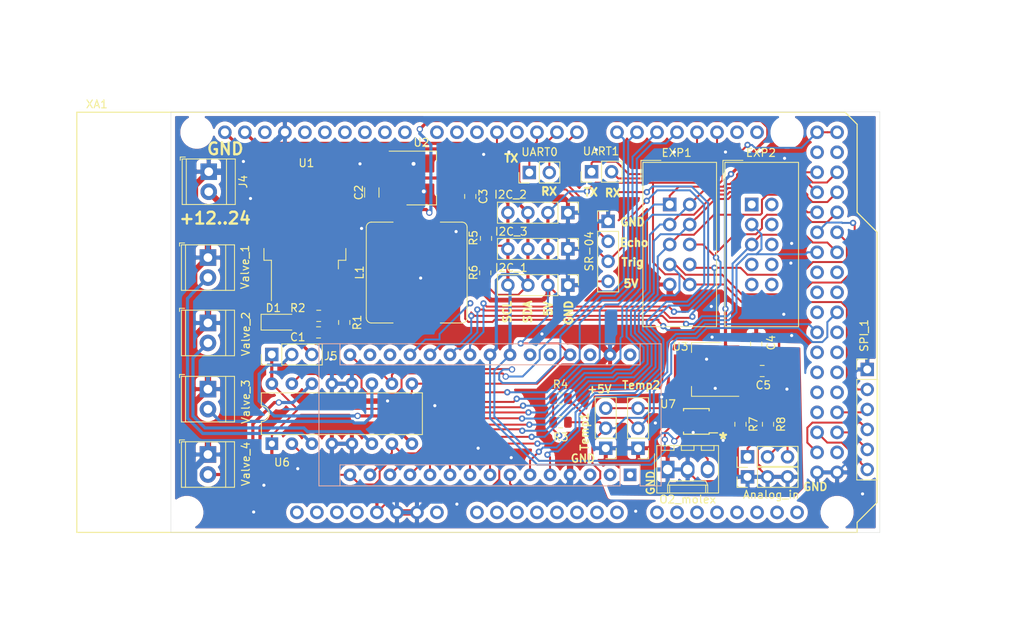
<source format=kicad_pcb>
(kicad_pcb (version 20171130) (host pcbnew 5.1.5-52549c5~84~ubuntu18.04.1)
  (layers (0 F.Cu signal) (31 B.Cu signal) (34 B.Paste user) (35 F.Paste user) (36 B.SilkS user hide) (37 F.SilkS user hide) (38 B.Mask user) (39 F.Mask user) (44 Edge.Cuts user))
  (net 0 "")
  (net 1 Valve3)
  (net 2 Temp)
  (net 3 "Net-(A1-Pad30)")
  (net 4 EXP1_2)
  (net 5 GND)
  (net 6 EXP1_8)
  (net 7 "Net-(A1-Pad28)")
  (net 8 EXP1_6)
  (net 9 +5V)
  (net 10 EXP1_3)
  (net 11 "Net-(A1-Pad26)")
  (net 12 EXP1_1)
  (net 13 "Net-(A1-Pad25)")
  (net 14 EXP1_4)
  (net 15 SCL)
  (net 16 EXP1_5)
  (net 17 SDA)
  (net 18 EXP1_7)
  (net 19 Valve2)
  (net 20 Trig)
  (net 21 Valve1)
  (net 22 Echo)
  (net 23 EXP2_5)
  (net 24 EXP2_3)
  (net 25 "Net-(A1-Pad3)")
  (net 26 "Net-(A1-Pad18)")
  (net 27 RX0)
  (net 28 +3V3)
  (net 29 TX0)
  (net 30 "Net-(C1-Pad2)")
  (net 31 "Net-(C1-Pad1)")
  (net 32 /7.5V)
  (net 33 GNDA)
  (net 34 +5VA)
  (net 35 MISO)
  (net 36 MOSI)
  (net 37 SCK)
  (net 38 CS)
  (net 39 RX1)
  (net 40 TX1)
  (net 41 +24V)
  (net 42 "Net-(J5-Pad2)")
  (net 43 "Net-(J6-Pad2)")
  (net 44 "Net-(J9-Pad2)")
  (net 45 "Net-(J11-Pad2)")
  (net 46 "Net-(J13-Pad2)")
  (net 47 "Net-(J14-Pad3)")
  (net 48 "Net-(J16-Pad10)")
  (net 49 "Net-(J16-Pad9)")
  (net 50 "Net-(J16-Pad8)")
  (net 51 "Net-(J16-Pad7)")
  (net 52 "Net-(J16-Pad6)")
  (net 53 "Net-(J16-Pad4)")
  (net 54 "Net-(J16-Pad2)")
  (net 55 "Net-(J16-Pad1)")
  (net 56 "Net-(J18-Pad3)")
  (net 57 "Net-(J18-Pad2)")
  (net 58 "Net-(J18-Pad1)")
  (net 59 Temp2)
  (net 60 Valve4)
  (net 61 "Net-(U7-Pad2)")
  (net 62 "Net-(XA1-PadD53)")
  (net 63 "Net-(XA1-PadD48)")
  (net 64 "Net-(XA1-PadD47)")
  (net 65 "Net-(XA1-PadD46)")
  (net 66 "Net-(XA1-PadD45)")
  (net 67 "Net-(XA1-PadD38)")
  (net 68 "Net-(XA1-PadD23)")
  (net 69 "Net-(XA1-PadD22)")
  (net 70 "Net-(XA1-PadA15)")
  (net 71 "Net-(XA1-PadA14)")
  (net 72 "Net-(XA1-PadA13)")
  (net 73 "Net-(XA1-PadA12)")
  (net 74 "Net-(XA1-PadA11)")
  (net 75 "Net-(XA1-PadA10)")
  (net 76 "Net-(XA1-PadA9)")
  (net 77 "Net-(XA1-PadA8)")
  (net 78 "Net-(XA1-PadA7)")
  (net 79 "Net-(XA1-PadA6)")
  (net 80 "Net-(XA1-PadA5)")
  (net 81 "Net-(XA1-PadA4)")
  (net 82 "Net-(XA1-PadA3)")
  (net 83 "Net-(XA1-PadA2)")
  (net 84 "Net-(XA1-PadA1)")
  (net 85 "Net-(XA1-PadD11)")
  (net 86 "Net-(XA1-PadD12)")
  (net 87 "Net-(XA1-PadD13)")
  (net 88 "Net-(XA1-PadAREF)")
  (net 89 "Net-(XA1-PadD10)")
  (net 90 "Net-(XA1-PadD9)")
  (net 91 "Net-(XA1-PadD8)")
  (net 92 "Net-(XA1-PadD7)")
  (net 93 "Net-(XA1-PadD6)")
  (net 94 "Net-(XA1-PadD5)")
  (net 95 "Net-(XA1-PadD3)")
  (net 96 "Net-(XA1-PadD20)")
  (net 97 "Net-(XA1-PadD21)")
  (net 98 "Net-(XA1-PadIORF)")
  (net 99 "Net-(XA1-PadRST1)")
  (net 100 "Net-(XA1-Pad3V3)")
  (net 101 "Net-(XA1-PadVIN)")
  (net 102 "Net-(XA1-PadA0)")
  (net 103 "Net-(XA1-PadD41)")
  (net 104 "Net-(XA1-PadD42)")
  (net 105 "Net-(XA1-PadD43)")
  (net 106 "Net-(XA1-PadD44)")
  (net 107 "Net-(A1-Pad2)")
  (net 108 "Net-(A1-Pad1)")
  (net 109 "Net-(XA1-PadD34)")
  (net 110 "Net-(XA1-PadD35)")
  (net 111 "Net-(XA1-PadD36)")
  (net 112 "Net-(XA1-PadD37)")
  (module Capacitor_SMD:C_1206_3216Metric (layer F.Cu) (at 105 67.8375 90)
    (fp_text reference C2 (at 0 -1.65 90) (layer F.SilkS))
    (fp_text value 100uF)
    (pad 2 smd roundrect (at 1.4 0 90) (size 1.25 1.75) (layers F.Cu F.Paste F.Mask) (roundrect_rratio 0.2) (net 5 GND))
    (pad 1 smd roundrect (at -1.4 0 90) (size 1.25 1.75) (layers F.Cu F.Paste F.Mask) (roundrect_rratio 0.2) (net 32 /7.5V))
  )
  (module Connector_IDC:IDC-Header_2x05_P2.54mm_Vertical (layer F.Cu) (at 142.82 69.36)
    (fp_text reference J15)
    (fp_text value EXP1 (at 0.88 -6.56) (layer F.SilkS))
    (pad 10 thru_hole oval (at 2.54 10.16) (size 1.7272 1.7272) (drill 1.016) (layers *.Cu *.Mask) (net 9 +5V))
    (pad 9 thru_hole oval (at 0 10.16) (size 1.7272 1.7272) (drill 1.016) (layers *.Cu *.Mask) (net 5 GND))
    (pad 8 thru_hole oval (at 2.54 7.62) (size 1.7272 1.7272) (drill 1.016) (layers *.Cu *.Mask) (net 6 EXP1_8))
    (pad 7 thru_hole oval (at 0 7.62) (size 1.7272 1.7272) (drill 1.016) (layers *.Cu *.Mask) (net 18 EXP1_7))
    (pad 6 thru_hole oval (at 2.54 5.08) (size 1.7272 1.7272) (drill 1.016) (layers *.Cu *.Mask) (net 8 EXP1_6))
    (pad 5 thru_hole oval (at 0 5.08) (size 1.7272 1.7272) (drill 1.016) (layers *.Cu *.Mask) (net 16 EXP1_5))
    (pad 4 thru_hole oval (at 2.54 2.54) (size 1.7272 1.7272) (drill 1.016) (layers *.Cu *.Mask) (net 14 EXP1_4))
    (pad 3 thru_hole oval (at 0 2.54) (size 1.7272 1.7272) (drill 1.016) (layers *.Cu *.Mask) (net 10 EXP1_3))
    (pad 2 thru_hole oval (at 2.54 0) (size 1.7272 1.7272) (drill 1.016) (layers *.Cu *.Mask) (net 4 EXP1_2))
    (pad 1 thru_hole rect (at 0 0) (size 1.7272 1.7272) (drill 1.016) (layers *.Cu *.Mask) (net 12 EXP1_1))
  )
  (module Connector_PinHeader_2.54mm:PinHeader_1x03_P2.54mm_Vertical (layer F.Cu) (at 134.7 100.3 180)
    (fp_text reference U4)
    (fp_text value DS18B20)
    (pad 3 thru_hole oval (at 0 5.08 180) (size 1.7 1.7) (drill 1) (layers *.Cu *.Mask) (net 34 +5VA))
    (pad 2 thru_hole oval (at 0 2.54 180) (size 1.7 1.7) (drill 1) (layers *.Cu *.Mask) (net 2 Temp))
    (pad 1 thru_hole rect (at 0 0 180) (size 1.7 1.7) (drill 1) (layers *.Cu *.Mask) (net 33 GNDA))
  )
  (module Connector_PinHeader_2.54mm:PinHeader_1x03_P2.54mm_Vertical (layer F.Cu) (at 138.8 100.3 180)
    (fp_text reference U5)
    (fp_text value DS18B20)
    (pad 3 thru_hole oval (at 0 5.08 180) (size 1.7 1.7) (drill 1) (layers *.Cu *.Mask) (net 34 +5VA))
    (pad 2 thru_hole oval (at 0 2.54 180) (size 1.7 1.7) (drill 1) (layers *.Cu *.Mask) (net 59 Temp2))
    (pad 1 thru_hole rect (at 0 0 180) (size 1.7 1.7) (drill 1) (layers *.Cu *.Mask) (net 33 GNDA))
  )
  (module Arduino:Arduino_Mega2560_Shield_mod (layer F.Cu) (at 67.55 110.99)
    (fp_text reference XA1 (at 2.54 -54.356) (layer F.SilkS))
    (fp_text value Arduino_Mega2560_Shield)
    (fp_text user . (at 62.484 -32.004) (layer F.SilkS))
    (pad A0 thru_hole oval (at 50.8 -2.54) (size 1.7272 1.7272) (drill 1.016) (layers *.Cu *.Mask) (net 102 "Net-(XA1-PadA0)"))
    (pad VIN thru_hole oval (at 45.72 -2.54) (size 1.7272 1.7272) (drill 1.016) (layers *.Cu *.Mask) (net 101 "Net-(XA1-PadVIN)"))
    (pad GND3 thru_hole oval (at 43.18 -2.54) (size 1.7272 1.7272) (drill 1.016) (layers *.Cu *.Mask) (net 5 GND))
    (pad GND2 thru_hole oval (at 40.64 -2.54) (size 1.7272 1.7272) (drill 1.016) (layers *.Cu *.Mask) (net 5 GND))
    (pad 5V1 thru_hole oval (at 38.1 -2.54) (size 1.7272 1.7272) (drill 1.016) (layers *.Cu *.Mask) (net 9 +5V))
    (pad 3V3 thru_hole oval (at 35.56 -2.54) (size 1.7272 1.7272) (drill 1.016) (layers *.Cu *.Mask) (net 100 "Net-(XA1-Pad3V3)"))
    (pad RST1 thru_hole oval (at 33.02 -2.54) (size 1.7272 1.7272) (drill 1.016) (layers *.Cu *.Mask) (net 99 "Net-(XA1-PadRST1)"))
    (pad IORF thru_hole oval (at 30.48 -2.54) (size 1.7272 1.7272) (drill 1.016) (layers *.Cu *.Mask) (net 98 "Net-(XA1-PadIORF)"))
    (pad D21 thru_hole oval (at 86.36 -50.8) (size 1.7272 1.7272) (drill 1.016) (layers *.Cu *.Mask) (net 97 "Net-(XA1-PadD21)"))
    (pad D20 thru_hole oval (at 83.82 -50.8) (size 1.7272 1.7272) (drill 1.016) (layers *.Cu *.Mask) (net 96 "Net-(XA1-PadD20)"))
    (pad D19 thru_hole oval (at 81.28 -50.8) (size 1.7272 1.7272) (drill 1.016) (layers *.Cu *.Mask) (net 39 RX1))
    (pad D18 thru_hole oval (at 78.74 -50.8) (size 1.7272 1.7272) (drill 1.016) (layers *.Cu *.Mask) (net 40 TX1))
    (pad D17 thru_hole oval (at 76.2 -50.8) (size 1.7272 1.7272) (drill 1.016) (layers *.Cu *.Mask) (net 21 Valve1))
    (pad D16 thru_hole oval (at 73.66 -50.8) (size 1.7272 1.7272) (drill 1.016) (layers *.Cu *.Mask) (net 19 Valve2))
    (pad D15 thru_hole oval (at 71.12 -50.8) (size 1.7272 1.7272) (drill 1.016) (layers *.Cu *.Mask) (net 1 Valve3))
    (pad D14 thru_hole oval (at 68.58 -50.8) (size 1.7272 1.7272) (drill 1.016) (layers *.Cu *.Mask) (net 60 Valve4))
    (pad D0 thru_hole oval (at 63.5 -50.8) (size 1.7272 1.7272) (drill 1.016) (layers *.Cu *.Mask) (net 27 RX0))
    (pad D1 thru_hole oval (at 60.96 -50.8) (size 1.7272 1.7272) (drill 1.016) (layers *.Cu *.Mask) (net 29 TX0))
    (pad D2 thru_hole oval (at 58.42 -50.8) (size 1.7272 1.7272) (drill 1.016) (layers *.Cu *.Mask) (net 22 Echo))
    (pad D3 thru_hole oval (at 55.88 -50.8) (size 1.7272 1.7272) (drill 1.016) (layers *.Cu *.Mask) (net 95 "Net-(XA1-PadD3)"))
    (pad D4 thru_hole oval (at 53.34 -50.8) (size 1.7272 1.7272) (drill 1.016) (layers *.Cu *.Mask) (net 20 Trig))
    (pad D5 thru_hole oval (at 50.8 -50.8) (size 1.7272 1.7272) (drill 1.016) (layers *.Cu *.Mask) (net 94 "Net-(XA1-PadD5)"))
    (pad D6 thru_hole oval (at 48.26 -50.8) (size 1.7272 1.7272) (drill 1.016) (layers *.Cu *.Mask) (net 93 "Net-(XA1-PadD6)"))
    (pad D7 thru_hole oval (at 45.72 -50.8) (size 1.7272 1.7272) (drill 1.016) (layers *.Cu *.Mask) (net 92 "Net-(XA1-PadD7)"))
    (pad GND1 thru_hole oval (at 26.416 -50.8) (size 1.7272 1.7272) (drill 1.016) (layers *.Cu *.Mask) (net 5 GND))
    (pad D8 thru_hole oval (at 41.656 -50.8) (size 1.7272 1.7272) (drill 1.016) (layers *.Cu *.Mask) (net 91 "Net-(XA1-PadD8)"))
    (pad D9 thru_hole oval (at 39.116 -50.8) (size 1.7272 1.7272) (drill 1.016) (layers *.Cu *.Mask) (net 90 "Net-(XA1-PadD9)"))
    (pad D10 thru_hole oval (at 36.576 -50.8) (size 1.7272 1.7272) (drill 1.016) (layers *.Cu *.Mask) (net 89 "Net-(XA1-PadD10)"))
    (pad "" np_thru_hole circle (at 90.17 -50.8) (size 3.2 3.2) (drill 3.2) (layers *.Cu *.Mask))
    (pad "" np_thru_hole circle (at 15.24 -50.8) (size 3.2 3.2) (drill 3.2) (layers *.Cu *.Mask))
    (pad "" np_thru_hole circle (at 96.52 -2.54) (size 3.2 3.2) (drill 3.2) (layers *.Cu *.Mask))
    (pad "" np_thru_hole circle (at 13.97 -2.54) (size 3.2 3.2) (drill 3.2) (layers *.Cu *.Mask))
    (pad SCL thru_hole oval (at 18.796 -50.8) (size 1.7272 1.7272) (drill 1.016) (layers *.Cu *.Mask) (net 15 SCL))
    (pad SDA thru_hole oval (at 21.336 -50.8) (size 1.7272 1.7272) (drill 1.016) (layers *.Cu *.Mask) (net 17 SDA))
    (pad AREF thru_hole oval (at 23.876 -50.8) (size 1.7272 1.7272) (drill 1.016) (layers *.Cu *.Mask) (net 88 "Net-(XA1-PadAREF)"))
    (pad D13 thru_hole oval (at 28.956 -50.8) (size 1.7272 1.7272) (drill 1.016) (layers *.Cu *.Mask) (net 87 "Net-(XA1-PadD13)"))
    (pad D12 thru_hole oval (at 31.496 -50.8) (size 1.7272 1.7272) (drill 1.016) (layers *.Cu *.Mask) (net 86 "Net-(XA1-PadD12)"))
    (pad D11 thru_hole oval (at 34.036 -50.8) (size 1.7272 1.7272) (drill 1.016) (layers *.Cu *.Mask) (net 85 "Net-(XA1-PadD11)"))
    (pad "" thru_hole oval (at 27.94 -2.54) (size 1.7272 1.7272) (drill 1.016) (layers *.Cu *.Mask))
    (pad A1 thru_hole oval (at 53.34 -2.54) (size 1.7272 1.7272) (drill 1.016) (layers *.Cu *.Mask) (net 84 "Net-(XA1-PadA1)"))
    (pad A2 thru_hole oval (at 55.88 -2.54) (size 1.7272 1.7272) (drill 1.016) (layers *.Cu *.Mask) (net 83 "Net-(XA1-PadA2)"))
    (pad A3 thru_hole oval (at 58.42 -2.54) (size 1.7272 1.7272) (drill 1.016) (layers *.Cu *.Mask) (net 82 "Net-(XA1-PadA3)"))
    (pad A4 thru_hole oval (at 60.96 -2.54) (size 1.7272 1.7272) (drill 1.016) (layers *.Cu *.Mask) (net 81 "Net-(XA1-PadA4)"))
    (pad A5 thru_hole oval (at 63.5 -2.54) (size 1.7272 1.7272) (drill 1.016) (layers *.Cu *.Mask) (net 80 "Net-(XA1-PadA5)"))
    (pad A6 thru_hole oval (at 66.04 -2.54) (size 1.7272 1.7272) (drill 1.016) (layers *.Cu *.Mask) (net 79 "Net-(XA1-PadA6)"))
    (pad A7 thru_hole oval (at 68.58 -2.54) (size 1.7272 1.7272) (drill 1.016) (layers *.Cu *.Mask) (net 78 "Net-(XA1-PadA7)"))
    (pad A8 thru_hole oval (at 73.66 -2.54) (size 1.7272 1.7272) (drill 1.016) (layers *.Cu *.Mask) (net 77 "Net-(XA1-PadA8)"))
    (pad A9 thru_hole oval (at 76.2 -2.54) (size 1.7272 1.7272) (drill 1.016) (layers *.Cu *.Mask) (net 76 "Net-(XA1-PadA9)"))
    (pad A10 thru_hole oval (at 78.74 -2.54) (size 1.7272 1.7272) (drill 1.016) (layers *.Cu *.Mask) (net 75 "Net-(XA1-PadA10)"))
    (pad A11 thru_hole oval (at 81.28 -2.54) (size 1.7272 1.7272) (drill 1.016) (layers *.Cu *.Mask) (net 74 "Net-(XA1-PadA11)"))
    (pad A12 thru_hole oval (at 83.82 -2.54) (size 1.7272 1.7272) (drill 1.016) (layers *.Cu *.Mask) (net 73 "Net-(XA1-PadA12)"))
    (pad A13 thru_hole oval (at 86.36 -2.54) (size 1.7272 1.7272) (drill 1.016) (layers *.Cu *.Mask) (net 72 "Net-(XA1-PadA13)"))
    (pad A14 thru_hole oval (at 88.9 -2.54) (size 1.7272 1.7272) (drill 1.016) (layers *.Cu *.Mask) (net 71 "Net-(XA1-PadA14)"))
    (pad A15 thru_hole oval (at 91.44 -2.54) (size 1.7272 1.7272) (drill 1.016) (layers *.Cu *.Mask) (net 70 "Net-(XA1-PadA15)"))
    (pad 5V3 thru_hole oval (at 93.98 -50.8) (size 1.7272 1.7272) (drill 1.016) (layers *.Cu *.Mask) (net 9 +5V))
    (pad 5V4 thru_hole oval (at 96.52 -50.8) (size 1.7272 1.7272) (drill 1.016) (layers *.Cu *.Mask) (net 9 +5V))
    (pad D22 thru_hole oval (at 93.98 -48.26) (size 1.7272 1.7272) (drill 1.016) (layers *.Cu *.Mask) (net 69 "Net-(XA1-PadD22)"))
    (pad D23 thru_hole oval (at 96.52 -48.26) (size 1.7272 1.7272) (drill 1.016) (layers *.Cu *.Mask) (net 68 "Net-(XA1-PadD23)"))
    (pad D24 thru_hole oval (at 93.98 -45.72) (size 1.7272 1.7272) (drill 1.016) (layers *.Cu *.Mask) (net 12 EXP1_1))
    (pad D25 thru_hole oval (at 96.52 -45.72) (size 1.7272 1.7272) (drill 1.016) (layers *.Cu *.Mask) (net 4 EXP1_2))
    (pad D26 thru_hole oval (at 93.98 -43.18) (size 1.7272 1.7272) (drill 1.016) (layers *.Cu *.Mask) (net 10 EXP1_3))
    (pad D27 thru_hole oval (at 96.52 -43.18) (size 1.7272 1.7272) (drill 1.016) (layers *.Cu *.Mask) (net 14 EXP1_4))
    (pad D28 thru_hole oval (at 93.98 -40.64) (size 1.7272 1.7272) (drill 1.016) (layers *.Cu *.Mask) (net 16 EXP1_5))
    (pad D29 thru_hole oval (at 96.52 -40.64) (size 1.7272 1.7272) (drill 1.016) (layers *.Cu *.Mask) (net 8 EXP1_6))
    (pad D30 thru_hole oval (at 93.98 -38.1) (size 1.7272 1.7272) (drill 1.016) (layers *.Cu *.Mask) (net 18 EXP1_7))
    (pad D31 thru_hole oval (at 96.52 -38.1) (size 1.7272 1.7272) (drill 1.016) (layers *.Cu *.Mask) (net 6 EXP1_8))
    (pad D32 thru_hole oval (at 93.98 -35.56) (size 1.7272 1.7272) (drill 1.016) (layers *.Cu *.Mask) (net 24 EXP2_3))
    (pad D33 thru_hole oval (at 96.52 -35.56) (size 1.7272 1.7272) (drill 1.016) (layers *.Cu *.Mask) (net 23 EXP2_5))
    (pad D34 thru_hole oval (at 93.98 -33.02) (size 1.7272 1.7272) (drill 1.016) (layers *.Cu *.Mask) (net 109 "Net-(XA1-PadD34)"))
    (pad D35 thru_hole oval (at 96.52 -33.02) (size 1.7272 1.7272) (drill 1.016) (layers *.Cu *.Mask) (net 110 "Net-(XA1-PadD35)"))
    (pad D36 thru_hole oval (at 93.98 -30.48) (size 1.7272 1.7272) (drill 1.016) (layers *.Cu *.Mask) (net 111 "Net-(XA1-PadD36)"))
    (pad D37 thru_hole oval (at 96.52 -30.48) (size 1.7272 1.7272) (drill 1.016) (layers *.Cu *.Mask) (net 112 "Net-(XA1-PadD37)"))
    (pad D38 thru_hole oval (at 93.98 -27.94) (size 1.7272 1.7272) (drill 1.016) (layers *.Cu *.Mask) (net 67 "Net-(XA1-PadD38)"))
    (pad D39 thru_hole oval (at 96.52 -27.94) (size 1.7272 1.7272) (drill 1.016) (layers *.Cu *.Mask) (net 59 Temp2))
    (pad D40 thru_hole oval (at 93.98 -25.4) (size 1.7272 1.7272) (drill 1.016) (layers *.Cu *.Mask) (net 2 Temp))
    (pad D41 thru_hole oval (at 96.52 -25.4) (size 1.7272 1.7272) (drill 1.016) (layers *.Cu *.Mask) (net 103 "Net-(XA1-PadD41)"))
    (pad D42 thru_hole oval (at 93.98 -22.86) (size 1.7272 1.7272) (drill 1.016) (layers *.Cu *.Mask) (net 104 "Net-(XA1-PadD42)"))
    (pad D43 thru_hole oval (at 96.52 -22.86) (size 1.7272 1.7272) (drill 1.016) (layers *.Cu *.Mask) (net 105 "Net-(XA1-PadD43)"))
    (pad D44 thru_hole oval (at 93.98 -20.32) (size 1.7272 1.7272) (drill 1.016) (layers *.Cu *.Mask) (net 106 "Net-(XA1-PadD44)"))
    (pad D45 thru_hole oval (at 96.52 -20.32) (size 1.7272 1.7272) (drill 1.016) (layers *.Cu *.Mask) (net 66 "Net-(XA1-PadD45)"))
    (pad D46 thru_hole oval (at 93.98 -17.78) (size 1.7272 1.7272) (drill 1.016) (layers *.Cu *.Mask) (net 65 "Net-(XA1-PadD46)"))
    (pad D47 thru_hole oval (at 96.52 -17.78) (size 1.7272 1.7272) (drill 1.016) (layers *.Cu *.Mask) (net 64 "Net-(XA1-PadD47)"))
    (pad D48 thru_hole oval (at 93.98 -15.24) (size 1.7272 1.7272) (drill 1.016) (layers *.Cu *.Mask) (net 63 "Net-(XA1-PadD48)"))
    (pad D49 thru_hole oval (at 96.52 -15.24) (size 1.7272 1.7272) (drill 1.016) (layers *.Cu *.Mask) (net 38 CS))
    (pad D50 thru_hole oval (at 93.98 -12.7) (size 1.7272 1.7272) (drill 1.016) (layers *.Cu *.Mask) (net 35 MISO))
    (pad D51 thru_hole oval (at 96.52 -12.7) (size 1.7272 1.7272) (drill 1.016) (layers *.Cu *.Mask) (net 36 MOSI))
    (pad D52 thru_hole oval (at 93.98 -10.16) (size 1.7272 1.7272) (drill 1.016) (layers *.Cu *.Mask) (net 37 SCK))
    (pad D53 thru_hole oval (at 96.52 -10.16) (size 1.7272 1.7272) (drill 1.016) (layers *.Cu *.Mask) (net 62 "Net-(XA1-PadD53)"))
    (pad GND5 thru_hole oval (at 93.98 -7.62) (size 1.7272 1.7272) (drill 1.016) (layers *.Cu *.Mask) (net 5 GND))
    (pad GND6 thru_hole oval (at 96.52 -7.62) (size 1.7272 1.7272) (drill 1.016) (layers *.Cu *.Mask) (net 5 GND))
  )
  (module Resistor_SMD:R_0805_2012Metric (layer F.Cu) (at 155.3 97.2625 270)
    (fp_text reference R8 (at 0 -1.65 90) (layer F.SilkS))
    (fp_text value 33k)
    (pad 2 smd roundrect (at 0.9375 0 270) (size 0.975 1.4) (layers F.Cu F.Paste F.Mask) (net 33 GNDA))
    (pad 1 smd roundrect (at -0.9375 0 270) (size 0.975 1.4) (layers F.Cu F.Paste F.Mask) (net 58 "Net-(J18-Pad1)"))
  )
  (module TerminalBlock_TE-Connectivity:TerminalBlock_TE_282834-2_1x02_P2.54mm_Horizontal (layer F.Cu) (at 84.2 101.1 270)
    (fp_text reference J13)
    (fp_text value Valve_4 (at 1.2 -4.8 90) (layer F.SilkS))
    (pad 2 thru_hole circle (at 2.54 0 270) (size 2.1 2.1) (drill 1.1) (layers *.Cu *.Mask) (net 46 "Net-(J13-Pad2)"))
    (pad 1 thru_hole rect (at 0 0 270) (size 2.1 2.1) (drill 1.1) (layers *.Cu *.Mask) (net 5 GND))
  )
  (module TerminalBlock_TE-Connectivity:TerminalBlock_TE_282834-2_1x02_P2.54mm_Horizontal (layer F.Cu) (at 84.2 92.8 270)
    (fp_text reference J11)
    (fp_text value Valve_3 (at 1.6 -4.8 90) (layer F.SilkS))
    (pad 2 thru_hole circle (at 2.54 0 270) (size 2.1 2.1) (drill 1.1) (layers *.Cu *.Mask) (net 45 "Net-(J11-Pad2)"))
    (pad 1 thru_hole rect (at 0 0 270) (size 2.1 2.1) (drill 1.1) (layers *.Cu *.Mask) (net 5 GND))
  )
  (module TerminalBlock_TE-Connectivity:TerminalBlock_TE_282834-2_1x02_P2.54mm_Horizontal (layer F.Cu) (at 84.2 84.4 270)
    (fp_text reference J9)
    (fp_text value Valve_2 (at 1.4 -4.8 90) (layer F.SilkS))
    (pad 2 thru_hole circle (at 2.54 0 270) (size 2.1 2.1) (drill 1.1) (layers *.Cu *.Mask) (net 44 "Net-(J9-Pad2)"))
    (pad 1 thru_hole rect (at 0 0 270) (size 2.1 2.1) (drill 1.1) (layers *.Cu *.Mask) (net 5 GND))
  )
  (module TerminalBlock_TE-Connectivity:TerminalBlock_TE_282834-2_1x02_P2.54mm_Horizontal (layer F.Cu) (at 84.2 76.1 270)
    (fp_text reference J6)
    (fp_text value Valve_1 (at 1.2 -4.7 90) (layer F.SilkS))
    (pad 2 thru_hole circle (at 2.54 0 270) (size 2.1 2.1) (drill 1.1) (layers *.Cu *.Mask) (net 43 "Net-(J6-Pad2)"))
    (pad 1 thru_hole rect (at 0 0 270) (size 2.1 2.1) (drill 1.1) (layers *.Cu *.Mask) (net 5 GND))
  )
  (module TerminalBlock_TE-Connectivity:TerminalBlock_TE_282834-2_1x02_P2.54mm_Horizontal (layer F.Cu) (at 84.3 65.2 270)
    (fp_text reference J4 (at 1.27 -4.37 90) (layer F.SilkS))
    (fp_text value Power_Input)
    (pad 2 thru_hole circle (at 2.54 0 270) (size 2.1 2.1) (drill 1.1) (layers *.Cu *.Mask) (net 41 +24V))
    (pad 1 thru_hole rect (at 0 0 270) (size 2.1 2.1) (drill 1.1) (layers *.Cu *.Mask) (net 5 GND))
  )
  (module Package_SO:TSSOP-10_3x3mm_P0.5mm (layer F.Cu) (at 146.2 96.9 180)
    (fp_text reference U7 (at 3.6 2.2) (layer F.SilkS))
    (fp_text value ADS1115IDGS)
    (pad 10 smd rect (at 2.15 -1 180) (size 1.1 0.25) (layers F.Cu F.Paste F.Mask) (net 15 SCL))
    (pad 9 smd rect (at 2.15 -0.5 180) (size 1.1 0.25) (layers F.Cu F.Paste F.Mask) (net 17 SDA))
    (pad 8 smd rect (at 2.15 0 180) (size 1.1 0.25) (layers F.Cu F.Paste F.Mask) (net 34 +5VA))
    (pad 7 smd rect (at 2.15 0.5 180) (size 1.1 0.25) (layers F.Cu F.Paste F.Mask) (net 57 "Net-(J18-Pad2)"))
    (pad 6 smd rect (at 2.15 1 180) (size 1.1 0.25) (layers F.Cu F.Paste F.Mask) (net 56 "Net-(J18-Pad3)"))
    (pad 5 smd rect (at -2.15 1 180) (size 1.1 0.25) (layers F.Cu F.Paste F.Mask) (net 58 "Net-(J18-Pad1)"))
    (pad 4 smd rect (at -2.15 0.5 180) (size 1.1 0.25) (layers F.Cu F.Paste F.Mask) (net 47 "Net-(J14-Pad3)"))
    (pad 3 smd rect (at -2.15 0 180) (size 1.1 0.25) (layers F.Cu F.Paste F.Mask) (net 33 GNDA))
    (pad 2 smd rect (at -2.15 -0.5 180) (size 1.1 0.25) (layers F.Cu F.Paste F.Mask) (net 61 "Net-(U7-Pad2)"))
    (pad 1 smd rect (at -2.15 -1 180) (size 1.1 0.25) (layers F.Cu F.Paste F.Mask) (net 33 GNDA))
  )
  (module Package_DIP:DIP-16_W7.62mm (layer F.Cu) (at 92.31 99.73 90)
    (fp_text reference U6 (at -2.37 1.29 180) (layer F.SilkS))
    (fp_text value L293D)
    (pad 16 thru_hole oval (at 7.62 0 90) (size 1.6 1.6) (drill 0.8) (layers *.Cu *.Mask) (net 9 +5V))
    (pad 8 thru_hole oval (at 0 17.78 90) (size 1.6 1.6) (drill 0.8) (layers *.Cu *.Mask) (net 42 "Net-(J5-Pad2)"))
    (pad 15 thru_hole oval (at 7.62 2.54 90) (size 1.6 1.6) (drill 0.8) (layers *.Cu *.Mask) (net 60 Valve4))
    (pad 7 thru_hole oval (at 0 15.24 90) (size 1.6 1.6) (drill 0.8) (layers *.Cu *.Mask) (net 19 Valve2))
    (pad 14 thru_hole oval (at 7.62 5.08 90) (size 1.6 1.6) (drill 0.8) (layers *.Cu *.Mask) (net 46 "Net-(J13-Pad2)"))
    (pad 6 thru_hole oval (at 0 12.7 90) (size 1.6 1.6) (drill 0.8) (layers *.Cu *.Mask) (net 44 "Net-(J9-Pad2)"))
    (pad 13 thru_hole oval (at 7.62 7.62 90) (size 1.6 1.6) (drill 0.8) (layers *.Cu *.Mask) (net 5 GND))
    (pad 5 thru_hole oval (at 0 10.16 90) (size 1.6 1.6) (drill 0.8) (layers *.Cu *.Mask) (net 5 GND))
    (pad 12 thru_hole oval (at 7.62 10.16 90) (size 1.6 1.6) (drill 0.8) (layers *.Cu *.Mask) (net 5 GND))
    (pad 4 thru_hole oval (at 0 7.62 90) (size 1.6 1.6) (drill 0.8) (layers *.Cu *.Mask) (net 5 GND))
    (pad 11 thru_hole oval (at 7.62 12.7 90) (size 1.6 1.6) (drill 0.8) (layers *.Cu *.Mask) (net 45 "Net-(J11-Pad2)"))
    (pad 3 thru_hole oval (at 0 5.08 90) (size 1.6 1.6) (drill 0.8) (layers *.Cu *.Mask) (net 43 "Net-(J6-Pad2)"))
    (pad 10 thru_hole oval (at 7.62 15.24 90) (size 1.6 1.6) (drill 0.8) (layers *.Cu *.Mask) (net 1 Valve3))
    (pad 2 thru_hole oval (at 0 2.54 90) (size 1.6 1.6) (drill 0.8) (layers *.Cu *.Mask) (net 21 Valve1))
    (pad 9 thru_hole oval (at 7.62 17.78 90) (size 1.6 1.6) (drill 0.8) (layers *.Cu *.Mask) (net 9 +5V))
    (pad 1 thru_hole rect (at 0 0 90) (size 1.6 1.6) (drill 0.8) (layers *.Cu *.Mask) (net 9 +5V))
  )
  (module Package_TO_SOT_SMD:SOT-223-3_TabPin2 (layer F.Cu) (at 147.5 90.3 180)
    (fp_text reference U3 (at 3.3 2.9) (layer F.SilkS))
    (fp_text value NCP1117-5.0_SOT223)
    (pad 1 smd rect (at -3.15 -2.3 180) (size 2 1.5) (layers F.Cu F.Paste F.Mask) (net 33 GNDA))
    (pad 3 smd rect (at -3.15 2.3 180) (size 2 1.5) (layers F.Cu F.Paste F.Mask) (net 32 /7.5V))
    (pad 2 smd rect (at -3.15 0 180) (size 2 1.5) (layers F.Cu F.Paste F.Mask) (net 34 +5VA))
    (pad 2 smd rect (at 3.15 0 180) (size 2 3.8) (layers F.Cu F.Paste F.Mask) (net 34 +5VA))
  )
  (module Package_TO_SOT_SMD:SOT-223-3_TabPin2 (layer F.Cu) (at 111.3 66)
    (fp_text reference U2 (at 0 -4.5) (layer F.SilkS))
    (fp_text value NCP1117-5.0_SOT223)
    (pad 1 smd rect (at -3.15 -2.3) (size 2 1.5) (layers F.Cu F.Paste F.Mask) (net 5 GND))
    (pad 3 smd rect (at -3.15 2.3) (size 2 1.5) (layers F.Cu F.Paste F.Mask) (net 32 /7.5V))
    (pad 2 smd rect (at -3.15 0) (size 2 1.5) (layers F.Cu F.Paste F.Mask) (net 9 +5V))
    (pad 2 smd rect (at 3.15 0) (size 2 3.8) (layers F.Cu F.Paste F.Mask) (net 9 +5V))
  )
  (module Package_TO_SOT_SMD:TO-263-5_TabPin3 (layer F.Cu) (at 96.505 73.49 90)
    (fp_text reference U1 (at 9.39 0.195 180) (layer F.SilkS))
    (fp_text value LM2596S-ADJ)
    (pad 3 smd rect (at 3.375 0 90) (size 9.4 10.8) (layers F.Cu F.Mask) (net 5 GND))
    (pad 5 smd rect (at -5.775 3.4 90) (size 4.6 1.1) (layers F.Cu F.Paste F.Mask) (net 5 GND))
    (pad 4 smd rect (at -5.775 1.7 90) (size 4.6 1.1) (layers F.Cu F.Paste F.Mask) (net 31 "Net-(C1-Pad1)"))
    (pad 3 smd rect (at -5.775 0 90) (size 4.6 1.1) (layers F.Cu F.Paste F.Mask) (net 5 GND))
    (pad 2 smd rect (at -5.775 -1.7 90) (size 4.6 1.1) (layers F.Cu F.Paste F.Mask) (net 30 "Net-(C1-Pad2)"))
    (pad 1 smd rect (at -5.775 -3.4 90) (size 4.6 1.1) (layers F.Cu F.Paste F.Mask) (net 41 +24V))
  )
  (module Resistor_SMD:R_0805_2012Metric (layer F.Cu) (at 151.8 97.2625 270)
    (fp_text reference R7 (at 0 -1.65 90) (layer F.SilkS))
    (fp_text value 33k)
    (pad 2 smd roundrect (at 0.9375 0 270) (size 0.975 1.4) (layers F.Cu F.Paste F.Mask) (net 33 GNDA))
    (pad 1 smd roundrect (at -0.9375 0 270) (size 0.975 1.4) (layers F.Cu F.Paste F.Mask) (net 47 "Net-(J14-Pad3)"))
  )
  (module Resistor_SMD:R_0805_2012Metric (layer F.Cu) (at 119.4 78.0375 270)
    (fp_text reference R6 (at -0.0375 1.5 90) (layer F.SilkS))
    (fp_text value 5.1k)
    (pad 2 smd roundrect (at 0.9375 0 270) (size 0.975 1.4) (layers F.Cu F.Paste F.Mask) (net 17 SDA))
    (pad 1 smd roundrect (at -0.9375 0 270) (size 0.975 1.4) (layers F.Cu F.Paste F.Mask) (net 9 +5V))
  )
  (module Resistor_SMD:R_0805_2012Metric (layer F.Cu) (at 119.5 73.6625 270)
    (fp_text reference R5 (at -0.0625 1.6 90) (layer F.SilkS))
    (fp_text value 5.1k)
    (pad 2 smd roundrect (at 0.9375 0 270) (size 0.975 1.4) (layers F.Cu F.Paste F.Mask) (net 15 SCL))
    (pad 1 smd roundrect (at -0.9375 0 270) (size 0.975 1.4) (layers F.Cu F.Paste F.Mask) (net 9 +5V))
  )
  (module Resistor_SMD:R_0805_2012Metric (layer F.Cu) (at 128.9625 94)
    (fp_text reference R4 (at 0 -1.8) (layer F.SilkS))
    (fp_text value 5.1k)
    (pad 2 smd roundrect (at 0.9375 0) (size 0.975 1.4) (layers F.Cu F.Paste F.Mask) (net 59 Temp2))
    (pad 1 smd roundrect (at -0.9375 0) (size 0.975 1.4) (layers F.Cu F.Paste F.Mask) (net 9 +5V))
  )
  (module Resistor_SMD:R_0805_2012Metric (layer F.Cu) (at 128.9625 97)
    (fp_text reference R3 (at 0.0375 1.9) (layer F.SilkS))
    (fp_text value 5.1k)
    (pad 2 smd roundrect (at 0.9375 0) (size 0.975 1.4) (layers F.Cu F.Paste F.Mask) (net 2 Temp))
    (pad 1 smd roundrect (at -0.9375 0) (size 0.975 1.4) (layers F.Cu F.Paste F.Mask) (net 9 +5V))
  )
  (module Resistor_SMD:R_0805_2012Metric (layer F.Cu) (at 98.2625 83.5)
    (fp_text reference R2 (at -2.6625 -1) (layer F.SilkS))
    (fp_text value 5.1k)
    (pad 2 smd roundrect (at 0.9375 0) (size 0.975 1.4) (layers F.Cu F.Paste F.Mask) (net 31 "Net-(C1-Pad1)"))
    (pad 1 smd roundrect (at -0.9375 0) (size 0.975 1.4) (layers F.Cu F.Paste F.Mask) (net 30 "Net-(C1-Pad2)"))
  )
  (module Resistor_SMD:R_0805_2012Metric (layer F.Cu) (at 101.5 84.3375 270)
    (fp_text reference R1 (at 0 -1.65 90) (layer F.SilkS))
    (fp_text value 1k)
    (pad 2 smd roundrect (at 0.9375 0 270) (size 0.975 1.4) (layers F.Cu F.Paste F.Mask) (net 31 "Net-(C1-Pad1)"))
    (pad 1 smd roundrect (at -0.9375 0 270) (size 0.975 1.4) (layers F.Cu F.Paste F.Mask) (net 5 GND))
  )
  (module Inductor_SMD:L_Bourns_SRR1260 (layer F.Cu) (at 110.7 78 90)
    (fp_text reference L1 (at 0 -7.25 90) (layer F.SilkS))
    (fp_text value 150uH)
    (pad 1 smd rect (at -4.85 0 90) (size 2.9 5.4) (layers F.Cu F.Paste F.Mask) (net 30 "Net-(C1-Pad2)"))
    (pad 2 smd rect (at 4.85 0 90) (size 2.9 5.4) (layers F.Cu F.Paste F.Mask) (net 32 /7.5V))
  )
  (module Connector_PinHeader_2.54mm:PinHeader_1x03_P2.54mm_Vertical (layer F.Cu) (at 152.7 101.4 90)
    (fp_text reference J18)
    (fp_text value Analog_in (at -4.8 3 180) (layer F.SilkS))
    (pad 3 thru_hole oval (at 0 5.08 90) (size 1.7 1.7) (drill 1) (layers *.Cu *.Mask) (net 56 "Net-(J18-Pad3)"))
    (pad 2 thru_hole oval (at 0 2.54 90) (size 1.7 1.7) (drill 1) (layers *.Cu *.Mask) (net 57 "Net-(J18-Pad2)"))
    (pad 1 thru_hole rect (at 0 0 90) (size 1.7 1.7) (drill 1) (layers *.Cu *.Mask) (net 58 "Net-(J18-Pad1)"))
  )
  (module Connector_PinHeader_2.54mm:PinHeader_1x03_P2.54mm_Vertical (layer F.Cu) (at 152.7 103.94 90)
    (fp_text reference J17)
    (fp_text value Analog_gnd)
    (pad 3 thru_hole oval (at 0 5.08 90) (size 1.7 1.7) (drill 1) (layers *.Cu *.Mask) (net 33 GNDA))
    (pad 2 thru_hole oval (at 0 2.54 90) (size 1.7 1.7) (drill 1) (layers *.Cu *.Mask) (net 33 GNDA))
    (pad 1 thru_hole rect (at 0 0 90) (size 1.7 1.7) (drill 1) (layers *.Cu *.Mask) (net 33 GNDA))
  )
  (module Connector_IDC:IDC-Header_2x05_P2.54mm_Vertical (layer F.Cu) (at 153.23 69.36)
    (fp_text reference J16)
    (fp_text value EXP2 (at 1.17 -6.56) (layer F.SilkS))
    (pad 10 thru_hole oval (at 2.54 10.16) (size 1.7272 1.7272) (drill 1.016) (layers *.Cu *.Mask) (net 48 "Net-(J16-Pad10)"))
    (pad 9 thru_hole oval (at 0 10.16) (size 1.7272 1.7272) (drill 1.016) (layers *.Cu *.Mask) (net 49 "Net-(J16-Pad9)"))
    (pad 8 thru_hole oval (at 2.54 7.62) (size 1.7272 1.7272) (drill 1.016) (layers *.Cu *.Mask) (net 50 "Net-(J16-Pad8)"))
    (pad 7 thru_hole oval (at 0 7.62) (size 1.7272 1.7272) (drill 1.016) (layers *.Cu *.Mask) (net 51 "Net-(J16-Pad7)"))
    (pad 6 thru_hole oval (at 2.54 5.08) (size 1.7272 1.7272) (drill 1.016) (layers *.Cu *.Mask) (net 52 "Net-(J16-Pad6)"))
    (pad 5 thru_hole oval (at 0 5.08) (size 1.7272 1.7272) (drill 1.016) (layers *.Cu *.Mask) (net 23 EXP2_5))
    (pad 4 thru_hole oval (at 2.54 2.54) (size 1.7272 1.7272) (drill 1.016) (layers *.Cu *.Mask) (net 53 "Net-(J16-Pad4)"))
    (pad 3 thru_hole oval (at 0 2.54) (size 1.7272 1.7272) (drill 1.016) (layers *.Cu *.Mask) (net 24 EXP2_3))
    (pad 2 thru_hole oval (at 2.54 0) (size 1.7272 1.7272) (drill 1.016) (layers *.Cu *.Mask) (net 54 "Net-(J16-Pad2)"))
    (pad 1 thru_hole rect (at 0 0) (size 1.7272 1.7272) (drill 1.016) (layers *.Cu *.Mask) (net 55 "Net-(J16-Pad1)"))
  )
  (module Connector_Molex:Molex_KK-254_AE-6410-03A_1x03_P2.54mm_Vertical (layer F.Cu) (at 142.56 103)
    (fp_text reference J14)
    (fp_text value O2_molex (at 2.54 3.8) (layer F.SilkS))
    (pad 3 thru_hole oval (at 5.08 0) (size 1.74 2.2) (drill 1.2) (layers *.Cu *.Mask) (net 47 "Net-(J14-Pad3)"))
    (pad 2 thru_hole oval (at 2.54 0) (size 1.74 2.2) (drill 1.2) (layers *.Cu *.Mask) (net 33 GNDA))
    (pad 1 thru_hole rect (at 0 0) (size 1.74 2.2) (drill 1.2) (layers *.Cu *.Mask) (net 33 GNDA))
  )
  (module Connector_PinHeader_2.54mm:PinHeader_1x04_P2.54mm_Vertical (layer F.Cu) (at 135 71.5)
    (fp_text reference J12)
    (fp_text value SR-04 (at -2.4 3.8 90) (layer F.SilkS))
    (pad 4 thru_hole oval (at 0 7.62) (size 1.7 1.7) (drill 1) (layers *.Cu *.Mask) (net 9 +5V))
    (pad 3 thru_hole oval (at 0 5.08) (size 1.7 1.7) (drill 1) (layers *.Cu *.Mask) (net 20 Trig))
    (pad 2 thru_hole oval (at 0 2.54) (size 1.7 1.7) (drill 1) (layers *.Cu *.Mask) (net 22 Echo))
    (pad 1 thru_hole rect (at 0 0) (size 1.7 1.7) (drill 1) (layers *.Cu *.Mask) (net 5 GND))
  )
  (module Connector_PinHeader_2.54mm:PinHeader_1x04_P2.54mm_Vertical (layer F.Cu) (at 129.9 79.6 270)
    (fp_text reference J10)
    (fp_text value I2C_1 (at -2.2 7.2 180) (layer F.SilkS))
    (pad 4 thru_hole oval (at 0 7.62 270) (size 1.7 1.7) (drill 1) (layers *.Cu *.Mask) (net 15 SCL))
    (pad 3 thru_hole oval (at 0 5.08 270) (size 1.7 1.7) (drill 1) (layers *.Cu *.Mask) (net 17 SDA))
    (pad 2 thru_hole oval (at 0 2.54 270) (size 1.7 1.7) (drill 1) (layers *.Cu *.Mask) (net 9 +5V))
    (pad 1 thru_hole rect (at 0 0 270) (size 1.7 1.7) (drill 1) (layers *.Cu *.Mask) (net 5 GND))
  )
  (module Connector_PinHeader_2.54mm:PinHeader_1x04_P2.54mm_Vertical (layer F.Cu) (at 129.9 75 270)
    (fp_text reference J8)
    (fp_text value I2C_3 (at -2.2 7.2 180) (layer F.SilkS))
    (pad 4 thru_hole oval (at 0 7.62 270) (size 1.7 1.7) (drill 1) (layers *.Cu *.Mask) (net 15 SCL))
    (pad 3 thru_hole oval (at 0 5.08 270) (size 1.7 1.7) (drill 1) (layers *.Cu *.Mask) (net 17 SDA))
    (pad 2 thru_hole oval (at 0 2.54 270) (size 1.7 1.7) (drill 1) (layers *.Cu *.Mask) (net 9 +5V))
    (pad 1 thru_hole rect (at 0 0 270) (size 1.7 1.7) (drill 1) (layers *.Cu *.Mask) (net 5 GND))
  )
  (module Connector_PinHeader_2.54mm:PinHeader_1x04_P2.54mm_Vertical (layer F.Cu) (at 129.9 70.4 270)
    (fp_text reference J7)
    (fp_text value I2C_2 (at -2.3 7.3 180) (layer F.SilkS))
    (pad 4 thru_hole oval (at 0 7.62 270) (size 1.7 1.7) (drill 1) (layers *.Cu *.Mask) (net 15 SCL))
    (pad 3 thru_hole oval (at 0 5.08 270) (size 1.7 1.7) (drill 1) (layers *.Cu *.Mask) (net 17 SDA))
    (pad 2 thru_hole oval (at 0 2.54 270) (size 1.7 1.7) (drill 1) (layers *.Cu *.Mask) (net 9 +5V))
    (pad 1 thru_hole rect (at 0 0 270) (size 1.7 1.7) (drill 1) (layers *.Cu *.Mask) (net 5 GND))
  )
  (module Connector_PinHeader_2.54mm:PinHeader_1x03_P2.54mm_Vertical (layer F.Cu) (at 92.3 88.4 90)
    (fp_text reference J5 (at -0.2 7.5 180) (layer F.SilkS))
    (fp_text value "24V/5V out")
    (pad 3 thru_hole oval (at 0 5.08 90) (size 1.7 1.7) (drill 1) (layers *.Cu *.Mask) (net 41 +24V))
    (pad 2 thru_hole oval (at 0 2.54 90) (size 1.7 1.7) (drill 1) (layers *.Cu *.Mask) (net 42 "Net-(J5-Pad2)"))
    (pad 1 thru_hole rect (at 0 0 90) (size 1.7 1.7) (drill 1) (layers *.Cu *.Mask) (net 9 +5V))
  )
  (module Connector_PinHeader_2.54mm:PinHeader_1x02_P2.54mm_Vertical (layer F.Cu) (at 132.9 65.2 90)
    (fp_text reference J3)
    (fp_text value UART1 (at 2.6 1.2 180) (layer F.SilkS))
    (pad 2 thru_hole oval (at 0 2.54 90) (size 1.7 1.7) (drill 1) (layers *.Cu *.Mask) (net 39 RX1))
    (pad 1 thru_hole rect (at 0 0 90) (size 1.7 1.7) (drill 1) (layers *.Cu *.Mask) (net 40 TX1))
  )
  (module Connector_PinHeader_2.54mm:PinHeader_1x02_P2.54mm_Vertical (layer F.Cu) (at 125 65.3 90)
    (fp_text reference J2)
    (fp_text value UART0 (at 2.6 1.3 180) (layer F.SilkS))
    (pad 2 thru_hole oval (at 0 2.54 90) (size 1.7 1.7) (drill 1) (layers *.Cu *.Mask) (net 27 RX0))
    (pad 1 thru_hole rect (at 0 0 90) (size 1.7 1.7) (drill 1) (layers *.Cu *.Mask) (net 29 TX0))
  )
  (module Connector_PinHeader_2.54mm:PinHeader_1x06_P2.54mm_Vertical (layer F.Cu) (at 167.9 90.3)
    (fp_text reference J1)
    (fp_text value SPI_1 (at -0.4 -4.3 90) (layer F.SilkS))
    (pad 6 thru_hole oval (at 0 12.7) (size 1.7 1.7) (drill 1) (layers *.Cu *.Mask) (net 35 MISO))
    (pad 5 thru_hole oval (at 0 10.16) (size 1.7 1.7) (drill 1) (layers *.Cu *.Mask) (net 36 MOSI))
    (pad 4 thru_hole oval (at 0 7.62) (size 1.7 1.7) (drill 1) (layers *.Cu *.Mask) (net 37 SCK))
    (pad 3 thru_hole oval (at 0 5.08) (size 1.7 1.7) (drill 1) (layers *.Cu *.Mask) (net 38 CS))
    (pad 2 thru_hole oval (at 0 2.54) (size 1.7 1.7) (drill 1) (layers *.Cu *.Mask) (net 9 +5V))
    (pad 1 thru_hole rect (at 0 0) (size 1.7 1.7) (drill 1) (layers *.Cu *.Mask) (net 5 GND))
  )
  (module ultimate_library:GND_CONN (layer F.Cu) (at 156.7 87.6 270)
    (fp_text reference GC1)
    (fp_text value GND_CONN)
    (pad 1 smd rect (at -0.375 0 270) (size 0.8 0.3) (layers F.Cu F.Paste F.Mask) (net 5 GND))
    (pad 2 smd rect (at 0.4 0 270) (size 0.8 0.3) (layers F.Cu F.Paste F.Mask) (net 33 GNDA))
  )
  (module Diode_SMD:D_SOD-123 (layer F.Cu) (at 93.2 84.3)
    (fp_text reference D1 (at -0.7 -1.8) (layer F.SilkS))
    (fp_text value D)
    (pad 2 smd rect (at 1.65 0) (size 0.9 1.2) (layers F.Cu F.Paste F.Mask) (net 5 GND))
    (pad 1 smd rect (at -1.65 0) (size 0.9 1.2) (layers F.Cu F.Paste F.Mask) (net 30 "Net-(C1-Pad2)"))
  )
  (module Capacitor_SMD:C_0805_2012Metric (layer F.Cu) (at 154.5625 90.5)
    (fp_text reference C5 (at 0.1375 1.8) (layer F.SilkS))
    (fp_text value 2.2uF)
    (pad 2 smd roundrect (at 0.9375 0) (size 0.975 1.4) (layers F.Cu F.Paste F.Mask) (net 33 GNDA))
    (pad 1 smd roundrect (at -0.9375 0) (size 0.975 1.4) (layers F.Cu F.Paste F.Mask) (net 34 +5VA))
  )
  (module Capacitor_SMD:C_0805_2012Metric (layer F.Cu) (at 153.8 87.0625 90)
    (fp_text reference C4 (at 0.1625 1.9 90) (layer F.SilkS))
    (fp_text value 2.2uF)
    (pad 2 smd roundrect (at 0.9375 0 90) (size 0.975 1.4) (layers F.Cu F.Paste F.Mask) (net 5 GND))
    (pad 1 smd roundrect (at -0.9375 0 90) (size 0.975 1.4) (layers F.Cu F.Paste F.Mask) (net 32 /7.5V))
  )
  (module Capacitor_SMD:C_0805_2012Metric (layer F.Cu) (at 117.5 68.3375 270)
    (fp_text reference C3 (at 0 -1.65 90) (layer F.SilkS))
    (fp_text value 10uF)
    (pad 2 smd roundrect (at 0.9375 0 270) (size 0.975 1.4) (layers F.Cu F.Paste F.Mask) (net 5 GND))
    (pad 1 smd roundrect (at -0.9375 0 270) (size 0.975 1.4) (layers F.Cu F.Paste F.Mask) (net 9 +5V))
  )
  (module Capacitor_SMD:C_0805_2012Metric (layer F.Cu) (at 98.2375 85.6 180)
    (fp_text reference C1 (at 2.6375 -0.6) (layer F.SilkS))
    (fp_text value 6.2nF)
    (pad 2 smd roundrect (at 0.9375 0 180) (size 0.975 1.4) (layers F.Cu F.Paste F.Mask) (net 30 "Net-(C1-Pad2)"))
    (pad 1 smd roundrect (at -0.9375 0 180) (size 0.975 1.4) (layers F.Cu F.Paste F.Mask) (net 31 "Net-(C1-Pad1)"))
  )
  (module Module:Arduino_Nano (layer B.Cu) (at 137.79 103.68 90)
    (fp_text reference A1)
    (fp_text value Arduino_Nano_v3.x)
    (pad 16 thru_hole oval (at 15.24 -35.56 90) (size 1.6 1.6) (drill 0.8) (layers *.Cu *.Mask) (net 1 Valve3))
    (pad 15 thru_hole oval (at 0 -35.56 90) (size 1.6 1.6) (drill 0.8) (layers *.Cu *.Mask) (net 21 Valve1))
    (pad 30 thru_hole oval (at 15.24 0 90) (size 1.6 1.6) (drill 0.8) (layers *.Cu *.Mask) (net 3 "Net-(A1-Pad30)"))
    (pad 14 thru_hole oval (at 0 -33.02 90) (size 1.6 1.6) (drill 0.8) (layers *.Cu *.Mask) (net 19 Valve2))
    (pad 29 thru_hole oval (at 15.24 -2.54 90) (size 1.6 1.6) (drill 0.8) (layers *.Cu *.Mask) (net 5 GND))
    (pad 13 thru_hole oval (at 0 -30.48 90) (size 1.6 1.6) (drill 0.8) (layers *.Cu *.Mask) (net 12 EXP1_1))
    (pad 28 thru_hole oval (at 15.24 -5.08 90) (size 1.6 1.6) (drill 0.8) (layers *.Cu *.Mask) (net 7 "Net-(A1-Pad28)"))
    (pad 12 thru_hole oval (at 0 -27.94 90) (size 1.6 1.6) (drill 0.8) (layers *.Cu *.Mask) (net 4 EXP1_2))
    (pad 27 thru_hole oval (at 15.24 -7.62 90) (size 1.6 1.6) (drill 0.8) (layers *.Cu *.Mask) (net 9 +5V))
    (pad 11 thru_hole oval (at 0 -25.4 90) (size 1.6 1.6) (drill 0.8) (layers *.Cu *.Mask) (net 10 EXP1_3))
    (pad 26 thru_hole oval (at 15.24 -10.16 90) (size 1.6 1.6) (drill 0.8) (layers *.Cu *.Mask) (net 11 "Net-(A1-Pad26)"))
    (pad 10 thru_hole oval (at 0 -22.86 90) (size 1.6 1.6) (drill 0.8) (layers *.Cu *.Mask) (net 14 EXP1_4))
    (pad 25 thru_hole oval (at 15.24 -12.7 90) (size 1.6 1.6) (drill 0.8) (layers *.Cu *.Mask) (net 13 "Net-(A1-Pad25)"))
    (pad 9 thru_hole oval (at 0 -20.32 90) (size 1.6 1.6) (drill 0.8) (layers *.Cu *.Mask) (net 16 EXP1_5))
    (pad 24 thru_hole oval (at 15.24 -15.24 90) (size 1.6 1.6) (drill 0.8) (layers *.Cu *.Mask) (net 15 SCL))
    (pad 8 thru_hole oval (at 0 -17.78 90) (size 1.6 1.6) (drill 0.8) (layers *.Cu *.Mask) (net 18 EXP1_7))
    (pad 23 thru_hole oval (at 15.24 -17.78 90) (size 1.6 1.6) (drill 0.8) (layers *.Cu *.Mask) (net 17 SDA))
    (pad 7 thru_hole oval (at 0 -15.24 90) (size 1.6 1.6) (drill 0.8) (layers *.Cu *.Mask) (net 2 Temp))
    (pad 22 thru_hole oval (at 15.24 -20.32 90) (size 1.6 1.6) (drill 0.8) (layers *.Cu *.Mask) (net 6 EXP1_8))
    (pad 6 thru_hole oval (at 0 -12.7 90) (size 1.6 1.6) (drill 0.8) (layers *.Cu *.Mask) (net 20 Trig))
    (pad 21 thru_hole oval (at 15.24 -22.86 90) (size 1.6 1.6) (drill 0.8) (layers *.Cu *.Mask) (net 8 EXP1_6))
    (pad 5 thru_hole oval (at 0 -10.16 90) (size 1.6 1.6) (drill 0.8) (layers *.Cu *.Mask) (net 22 Echo))
    (pad 20 thru_hole oval (at 15.24 -25.4 90) (size 1.6 1.6) (drill 0.8) (layers *.Cu *.Mask) (net 23 EXP2_5))
    (pad 4 thru_hole oval (at 0 -7.62 90) (size 1.6 1.6) (drill 0.8) (layers *.Cu *.Mask) (net 5 GND))
    (pad 19 thru_hole oval (at 15.24 -27.94 90) (size 1.6 1.6) (drill 0.8) (layers *.Cu *.Mask) (net 24 EXP2_3))
    (pad 3 thru_hole oval (at 0 -5.08 90) (size 1.6 1.6) (drill 0.8) (layers *.Cu *.Mask) (net 25 "Net-(A1-Pad3)"))
    (pad 18 thru_hole oval (at 15.24 -30.48 90) (size 1.6 1.6) (drill 0.8) (layers *.Cu *.Mask) (net 26 "Net-(A1-Pad18)"))
    (pad 2 thru_hole oval (at 0 -2.54 90) (size 1.6 1.6) (drill 0.8) (layers *.Cu *.Mask) (net 107 "Net-(A1-Pad2)"))
    (pad 17 thru_hole oval (at 15.24 -33.02 90) (size 1.6 1.6) (drill 0.8) (layers *.Cu *.Mask) (net 28 +3V3))
    (pad 1 thru_hole rect (at 0 0 90) (size 1.6 1.6) (drill 0.8) (layers *.Cu *.Mask) (net 108 "Net-(A1-Pad1)"))
  )
  (gr_text GND (at 161.3 105.2) (layer F.SilkS) (effects (font (size 1 1) (thickness 0.2))))
  (gr_text GND (at 140.4 104.7 90) (layer F.SilkS) (effects (font (size 1 1) (thickness 0.2))))
  (gr_text +5V (at 133.9 92.8) (layer F.SilkS) (effects (font (size 1 1) (thickness 0.2))))
  (gr_text GND (at 131.8 101.6) (layer F.SilkS) (effects (font (size 1 1) (thickness 0.2))))
  (gr_text Temp2 (at 139.2 92.3) (layer F.SilkS) (effects (font (size 1 1) (thickness 0.2))))
  (gr_text Temp1 (at 132 98.2 90) (layer F.SilkS) (effects (font (size 1 1) (thickness 0.2))))
  (gr_text * (at 149.6 99.2) (layer F.SilkS) (effects (font (size 1.5 1.5) (thickness 0.3))))
  (gr_text TX (at 132.8 67.8) (layer F.SilkS) (effects (font (size 1 1) (thickness 0.25))))
  (gr_text RX (at 135.6 67.9) (layer F.SilkS) (effects (font (size 1 1) (thickness 0.25))))
  (gr_text RX (at 127.5 67.7) (layer F.SilkS) (effects (font (size 1 1) (thickness 0.25))))
  (gr_text TX (at 122.7 63.5) (layer F.SilkS) (effects (font (size 1 1) (thickness 0.25))))
  (gr_text Trig (at 138.1 76.7) (layer F.SilkS) (effects (font (size 1 1) (thickness 0.25))))
  (gr_text Echo (at 138.3 74.2) (layer F.SilkS) (effects (font (size 1 1) (thickness 0.25))))
  (gr_text GND (at 138.1 71.6) (layer F.SilkS) (effects (font (size 1 1) (thickness 0.25))))
  (gr_text 5V (at 137.9 79.4) (layer F.SilkS) (effects (font (size 1 1) (thickness 0.25))))
  (gr_text GND (at 130 83.1 90) (layer F.SilkS) (effects (font (size 1 1) (thickness 0.25))))
  (gr_text 5V (at 127.4 82.6 90) (layer F.SilkS) (effects (font (size 1 1) (thickness 0.25))))
  (gr_text SDA (at 124.8 83 90) (layer F.SilkS) (effects (font (size 1 1) (thickness 0.25))))
  (gr_text SCL (at 122.2 83 90) (layer F.SilkS) (effects (font (size 1 1) (thickness 0.25))))
  (gr_text GND (at 86.4 62.3) (layer F.SilkS) (effects (font (size 1.5 1.5) (thickness 0.3))))
  (gr_text +12..24 (at 85.1 71.1) (layer F.SilkS) (effects (font (size 1.5 1.5) (thickness 0.3))))
  (gr_line (start 79.5 111) (end 79.5 57.6) (layer Edge.Cuts) (width 0.05))
  (gr_line (start 169.5 111) (end 79.5 111) (layer Edge.Cuts) (width 0.05))
  (gr_line (start 169.5 57.6) (end 169.5 111) (layer Edge.Cuts) (width 0.05))
  (gr_line (start 79.5 57.6) (end 169.5 57.6) (layer Edge.Cuts) (width 0.05))
  (segment (start 107.55 92.11) (end 105.54 90.1) (width 0.25) (layer F.Cu) (net 1))
  (segment (start 103.89 90.1) (end 102.23 88.44) (width 0.25) (layer F.Cu) (net 1))
  (segment (start 105.54 90.1) (end 103.89 90.1) (width 0.25) (layer F.Cu) (net 1))
  (via (at 122.8 90.3) (size 0.8) (drill 0.5) (layers F.Cu B.Cu) (net 1))
  (segment (start 122.749991 90.249991) (end 122.8 90.3) (width 0.25) (layer F.Cu) (net 1))
  (segment (start 108.278639 90.249991) (end 122.749991 90.249991) (width 0.25) (layer F.Cu) (net 1))
  (segment (start 107.55 92.11) (end 107.55 90.97863) (width 0.25) (layer F.Cu) (net 1))
  (segment (start 107.55 90.97863) (end 108.278639 90.249991) (width 0.25) (layer F.Cu) (net 1))
  (segment (start 128.944999 88.938003) (end 128.944999 86.055001) (width 0.25) (layer B.Cu) (net 1))
  (segment (start 122.8 90.3) (end 121.678998 90.3) (width 0.25) (layer B.Cu) (net 1))
  (segment (start 121.678998 90.3) (end 121.174999 90.803999) (width 0.25) (layer B.Cu) (net 1))
  (segment (start 121.174999 90.803999) (end 121.174999 91.596001) (width 0.25) (layer B.Cu) (net 1))
  (segment (start 121.603999 92.025001) (end 125.858001 92.025001) (width 0.25) (layer B.Cu) (net 1))
  (segment (start 125.858001 92.025001) (end 128.944999 88.938003) (width 0.25) (layer B.Cu) (net 1))
  (segment (start 121.174999 91.596001) (end 121.603999 92.025001) (width 0.25) (layer B.Cu) (net 1))
  (segment (start 128.944999 86.055001) (end 134.054989 80.945011) (width 0.25) (layer B.Cu) (net 1))
  (segment (start 135.839822 80.945011) (end 137.543609 79.241224) (width 0.25) (layer B.Cu) (net 1))
  (segment (start 134.054989 80.945011) (end 135.839822 80.945011) (width 0.25) (layer B.Cu) (net 1))
  (segment (start 137.543609 61.316391) (end 138.67 60.19) (width 0.25) (layer B.Cu) (net 1))
  (segment (start 137.543609 79.241224) (end 137.543609 61.316391) (width 0.25) (layer B.Cu) (net 1))
  (segment (start 122.55 104.81137) (end 124.03863 106.3) (width 0.25) (layer F.Cu) (net 2))
  (segment (start 122.55 103.68) (end 122.55 104.81137) (width 0.25) (layer F.Cu) (net 2))
  (segment (start 131.829002 106.3) (end 134 104.129002) (width 0.25) (layer F.Cu) (net 2))
  (segment (start 124.03863 106.3) (end 131.829002 106.3) (width 0.25) (layer F.Cu) (net 2))
  (segment (start 134 103.230998) (end 133 102.230998) (width 0.25) (layer F.Cu) (net 2))
  (segment (start 134 104.129002) (end 134 103.230998) (width 0.25) (layer F.Cu) (net 2))
  (segment (start 133 99.46) (end 134.7 97.76) (width 0.25) (layer F.Cu) (net 2))
  (segment (start 133 102.230998) (end 133 99.46) (width 0.25) (layer F.Cu) (net 2))
  (segment (start 133.94 97) (end 134.7 97.76) (width 0.25) (layer F.Cu) (net 2))
  (segment (start 129.9 97) (end 133.94 97) (width 0.25) (layer F.Cu) (net 2))
  (segment (start 140.3 95.533002) (end 140.3 92.8356) (width 0.25) (layer B.Cu) (net 2))
  (segment (start 139.388001 96.445001) (end 140.3 95.533002) (width 0.25) (layer B.Cu) (net 2))
  (segment (start 137.21708 96.445001) (end 139.388001 96.445001) (width 0.25) (layer B.Cu) (net 2))
  (segment (start 134.7 97.76) (end 135.902081 97.76) (width 0.25) (layer B.Cu) (net 2))
  (segment (start 135.902081 97.76) (end 137.21708 96.445001) (width 0.25) (layer B.Cu) (net 2))
  (segment (start 140.3 92.8356) (end 142.515067 90.620533) (width 0.25) (layer B.Cu) (net 2))
  (segment (start 142.515067 86.884933) (end 143.599978 85.800022) (width 0.25) (layer B.Cu) (net 2))
  (segment (start 142.515067 90.620533) (end 142.515067 86.884933) (width 0.25) (layer B.Cu) (net 2))
  (segment (start 146.06122 85.800022) (end 147.31422 84.547022) (width 0.25) (layer B.Cu) (net 2))
  (segment (start 143.599978 85.800022) (end 146.06122 85.800022) (width 0.25) (layer B.Cu) (net 2))
  (segment (start 160.487022 84.547022) (end 161.53 85.59) (width 0.25) (layer B.Cu) (net 2))
  (segment (start 147.31422 84.547022) (end 160.487022 84.547022) (width 0.25) (layer B.Cu) (net 2))
  (segment (start 111.361464 102.605031) (end 114.5 99.466493) (width 0.25) (layer F.Cu) (net 4))
  (segment (start 109.85 103.68) (end 110.924969 102.605031) (width 0.25) (layer F.Cu) (net 4))
  (segment (start 110.924969 102.605031) (end 111.361464 102.605031) (width 0.25) (layer F.Cu) (net 4))
  (segment (start 114.5 99.466493) (end 118.316483 95.65001) (width 0.25) (layer F.Cu) (net 4))
  (via (at 124.887166 95.758957) (size 0.8) (drill 0.4) (layers F.Cu B.Cu) (net 4))
  (segment (start 118.316483 95.65001) (end 118.42543 95.758957) (width 0.25) (layer F.Cu) (net 4))
  (segment (start 118.42543 95.758957) (end 124.887166 95.758957) (width 0.25) (layer F.Cu) (net 4))
  (segment (start 124.887166 95.758957) (end 126.997535 95.758957) (width 0.25) (layer B.Cu) (net 4))
  (segment (start 139.015001 87.815001) (end 137.35001 86.15001) (width 0.25) (layer B.Cu) (net 4))
  (segment (start 139.015001 89.028001) (end 139.015001 87.815001) (width 0.25) (layer B.Cu) (net 4))
  (segment (start 126.997535 95.758957) (end 131.991471 90.765021) (width 0.25) (layer B.Cu) (net 4))
  (segment (start 137.35001 86.15001) (end 137.35001 82.62782) (width 0.25) (layer B.Cu) (net 4))
  (segment (start 137.35001 82.62782) (end 139.75001 80.22782) (width 0.25) (layer B.Cu) (net 4))
  (segment (start 139.75001 80.22782) (end 139.75001 71.54999) (width 0.25) (layer B.Cu) (net 4))
  (segment (start 144.058601 70.661399) (end 144.496401 70.223599) (width 0.25) (layer B.Cu) (net 4))
  (segment (start 144.496401 70.223599) (end 145.36 69.36) (width 0.25) (layer B.Cu) (net 4))
  (segment (start 140.638601 70.661399) (end 144.058601 70.661399) (width 0.25) (layer B.Cu) (net 4))
  (segment (start 139.75001 71.54999) (end 140.638601 70.661399) (width 0.25) (layer B.Cu) (net 4))
  (segment (start 135.445101 90.765021) (end 135.910122 90.3) (width 0.25) (layer B.Cu) (net 4))
  (segment (start 131.991471 90.765021) (end 135.445101 90.765021) (width 0.25) (layer B.Cu) (net 4))
  (segment (start 137.743002 90.3) (end 139.015001 89.028001) (width 0.25) (layer B.Cu) (net 4))
  (segment (start 135.910122 90.3) (end 137.743002 90.3) (width 0.25) (layer B.Cu) (net 4))
  (segment (start 145.36 69.36) (end 147.11999 67.60001) (width 0.25) (layer F.Cu) (net 4))
  (segment (start 147.11999 67.60001) (end 149.89999 67.60001) (width 0.25) (layer F.Cu) (net 4))
  (segment (start 150.224979 67.275021) (end 150.679101 67.275021) (width 0.25) (layer F.Cu) (net 4))
  (segment (start 149.89999 67.60001) (end 150.224979 67.275021) (width 0.25) (layer F.Cu) (net 4))
  (segment (start 150.679101 67.275021) (end 152.154122 65.8) (width 0.25) (layer F.Cu) (net 4))
  (segment (start 163.206401 66.133599) (end 164.07 65.27) (width 0.25) (layer F.Cu) (net 4))
  (segment (start 160.971399 66.571399) (end 162.768601 66.571399) (width 0.25) (layer F.Cu) (net 4))
  (segment (start 162.768601 66.571399) (end 163.206401 66.133599) (width 0.25) (layer F.Cu) (net 4))
  (segment (start 160.2 65.8) (end 160.971399 66.571399) (width 0.25) (layer F.Cu) (net 4))
  (segment (start 152.154122 65.8) (end 160.2 65.8) (width 0.25) (layer F.Cu) (net 4))
  (segment (start 96.505 82.426742) (end 96.505 82.165) (width 0.6) (layer F.Cu) (net 5))
  (segment (start 94.85 84.081742) (end 96.505 82.426742) (width 0.6) (layer F.Cu) (net 5))
  (segment (start 96.505 82.165) (end 96.505 79.265) (width 0.6) (layer F.Cu) (net 5))
  (segment (start 94.85 84.3) (end 94.85 84.081742) (width 0.6) (layer F.Cu) (net 5))
  (segment (start 99.905 81.805) (end 101.5 83.4) (width 0.6) (layer F.Cu) (net 5))
  (segment (start 99.905 79.265) (end 99.905 81.805) (width 0.6) (layer F.Cu) (net 5))
  (segment (start 96.505 79.265) (end 96.505 70.115) (width 0.6) (layer F.Cu) (net 5))
  (segment (start 99.905 73.515) (end 96.505 70.115) (width 0.6) (layer F.Cu) (net 5))
  (segment (start 99.905 79.265) (end 99.905 73.515) (width 0.6) (layer F.Cu) (net 5))
  (segment (start 99.72 66.9) (end 96.505 70.115) (width 0.6) (layer F.Cu) (net 5))
  (segment (start 105 66.9) (end 99.72 66.9) (width 0.6) (layer F.Cu) (net 5))
  (segment (start 105 66.4125) (end 105 66.9) (width 0.6) (layer F.Cu) (net 5))
  (segment (start 105 65.25) (end 105 66.4125) (width 0.6) (layer F.Cu) (net 5))
  (segment (start 106.55 63.7) (end 105 65.25) (width 0.6) (layer F.Cu) (net 5))
  (segment (start 108.15 63.7) (end 106.55 63.7) (width 0.6) (layer F.Cu) (net 5))
  (via (at 111.6 67.7) (size 0.8) (drill 0.5) (layers F.Cu B.Cu) (net 5))
  (segment (start 117.5 69.275) (end 113.175 69.275) (width 0.6) (layer F.Cu) (net 5))
  (segment (start 113.175 69.275) (end 111.6 67.7) (width 0.6) (layer F.Cu) (net 5))
  (segment (start 111.6 67.7) (end 111 67.1) (width 0.6) (layer B.Cu) (net 5))
  (segment (start 111 67.1) (end 111 64.8) (width 0.6) (layer B.Cu) (net 5))
  (via (at 110.3 64.2) (size 0.8) (drill 0.5) (layers F.Cu B.Cu) (net 5))
  (segment (start 111 64.8) (end 110.4 64.2) (width 0.6) (layer B.Cu) (net 5))
  (segment (start 110.4 64.2) (end 110.3 64.2) (width 0.6) (layer B.Cu) (net 5))
  (segment (start 108.65 64.2) (end 108.15 63.7) (width 0.6) (layer F.Cu) (net 5))
  (segment (start 110.3 64.2) (end 108.65 64.2) (width 0.6) (layer F.Cu) (net 5))
  (segment (start 126.3 98.5) (end 130.17 102.37) (width 0.8) (layer F.Cu) (net 5))
  (segment (start 130.17 102.37) (end 130.17 103.68) (width 0.8) (layer F.Cu) (net 5))
  (segment (start 108.19 108.45) (end 110.73 108.45) (width 0.8) (layer F.Cu) (net 5))
  (segment (start 106.626399 106.886399) (end 84.086399 106.886399) (width 0.8) (layer B.Cu) (net 5))
  (segment (start 108.19 108.45) (end 106.626399 106.886399) (width 0.8) (layer B.Cu) (net 5))
  (segment (start 82.449999 102.850001) (end 84.2 101.1) (width 0.8) (layer B.Cu) (net 5))
  (segment (start 82.449999 105.249999) (end 82.449999 102.850001) (width 0.8) (layer B.Cu) (net 5))
  (segment (start 84.086399 106.886399) (end 82.449999 105.249999) (width 0.8) (layer B.Cu) (net 5))
  (segment (start 82.449999 94.550001) (end 84.2 92.8) (width 0.8) (layer F.Cu) (net 5))
  (segment (start 82.449999 97.499999) (end 82.449999 94.550001) (width 0.8) (layer F.Cu) (net 5))
  (segment (start 84.2 99.25) (end 82.449999 97.499999) (width 0.8) (layer F.Cu) (net 5))
  (segment (start 84.2 101.1) (end 84.2 99.25) (width 0.8) (layer F.Cu) (net 5))
  (segment (start 82.449999 86.150001) (end 84.2 84.4) (width 0.8) (layer F.Cu) (net 5))
  (segment (start 82.449999 89.199999) (end 82.449999 86.150001) (width 0.8) (layer F.Cu) (net 5))
  (segment (start 84.2 90.95) (end 82.449999 89.199999) (width 0.8) (layer F.Cu) (net 5))
  (segment (start 84.2 92.8) (end 84.2 90.95) (width 0.8) (layer F.Cu) (net 5))
  (segment (start 84.2 82.55) (end 82.449999 80.799999) (width 0.8) (layer F.Cu) (net 5))
  (segment (start 82.449999 77.850001) (end 84.2 76.1) (width 0.8) (layer F.Cu) (net 5))
  (segment (start 82.449999 80.799999) (end 82.449999 77.850001) (width 0.8) (layer F.Cu) (net 5))
  (segment (start 84.2 84.4) (end 84.2 82.55) (width 0.8) (layer F.Cu) (net 5))
  (segment (start 82.549999 66.950001) (end 84.3 65.2) (width 0.8) (layer F.Cu) (net 5))
  (segment (start 82.549999 72.599999) (end 82.549999 66.950001) (width 0.8) (layer F.Cu) (net 5))
  (segment (start 84.2 74.25) (end 82.549999 72.599999) (width 0.8) (layer F.Cu) (net 5))
  (segment (start 84.2 76.1) (end 84.2 74.25) (width 0.8) (layer F.Cu) (net 5))
  (segment (start 88.956 65.2) (end 84.3 65.2) (width 0.8) (layer B.Cu) (net 5))
  (segment (start 93.966 60.19) (end 88.956 65.2) (width 0.8) (layer B.Cu) (net 5))
  (segment (start 91.59 65.2) (end 96.505 70.115) (width 0.8) (layer F.Cu) (net 5))
  (segment (start 84.3 65.2) (end 91.59 65.2) (width 0.8) (layer F.Cu) (net 5))
  (segment (start 130.17 104.81137) (end 128.78137 106.2) (width 0.8) (layer B.Cu) (net 5))
  (segment (start 130.17 103.68) (end 130.17 104.81137) (width 0.8) (layer B.Cu) (net 5))
  (segment (start 111.593599 107.586401) (end 110.73 108.45) (width 0.8) (layer B.Cu) (net 5))
  (segment (start 112.243601 106.936399) (end 111.593599 107.586401) (width 0.8) (layer B.Cu) (net 5))
  (segment (start 113.863601 106.936399) (end 112.243601 106.936399) (width 0.8) (layer B.Cu) (net 5))
  (segment (start 114.6 106.2) (end 113.863601 106.936399) (width 0.8) (layer B.Cu) (net 5))
  (segment (start 128.78137 106.2) (end 114.6 106.2) (width 0.8) (layer B.Cu) (net 5))
  (segment (start 135.25 88.44) (end 133.749999 89.940001) (width 0.8) (layer F.Cu) (net 5))
  (segment (start 142.82 85.68) (end 142.1 86.4) (width 0.8) (layer F.Cu) (net 5))
  (segment (start 142.1 86.4) (end 137.29 86.4) (width 0.8) (layer F.Cu) (net 5))
  (segment (start 137.29 86.4) (end 135.25 88.44) (width 0.8) (layer F.Cu) (net 5))
  (segment (start 133.749999 89.940001) (end 129.259999 89.940001) (width 0.8) (layer F.Cu) (net 5))
  (segment (start 129.259999 89.940001) (end 126.3 92.9) (width 0.8) (layer F.Cu) (net 5))
  (segment (start 126.3 92.9) (end 126.3 98.5) (width 0.8) (layer F.Cu) (net 5))
  (segment (start 166.8 90.3) (end 165.8 91.3) (width 0.25) (layer B.Cu) (net 5))
  (segment (start 167.9 90.3) (end 166.8 90.3) (width 0.25) (layer B.Cu) (net 5))
  (segment (start 165.8 101.64) (end 164.07 103.37) (width 0.25) (layer B.Cu) (net 5))
  (segment (start 165.8 91.3) (end 165.8 101.64) (width 0.25) (layer B.Cu) (net 5))
  (segment (start 161.53 103.37) (end 164.07 103.37) (width 0.25) (layer B.Cu) (net 5))
  (segment (start 154.5 86.125) (end 153.8 86.125) (width 0.25) (layer F.Cu) (net 5))
  (segment (start 156.25 86.125) (end 154.5 86.125) (width 0.25) (layer F.Cu) (net 5))
  (segment (start 156.7 86.575) (end 156.25 86.125) (width 0.25) (layer F.Cu) (net 5))
  (segment (start 156.7 87.225) (end 156.7 86.575) (width 0.25) (layer F.Cu) (net 5))
  (segment (start 97.205 70.115) (end 96.505 70.115) (width 0.8) (layer F.Cu) (net 5))
  (segment (start 132.61 85.8) (end 126.6 85.8) (width 0.8) (layer F.Cu) (net 5))
  (segment (start 117.1 85.8) (end 115.3 84) (width 0.8) (layer F.Cu) (net 5))
  (segment (start 102.99 75.9) (end 97.205 70.115) (width 0.8) (layer F.Cu) (net 5))
  (segment (start 115.3 84) (end 115.3 75.9) (width 0.8) (layer F.Cu) (net 5))
  (segment (start 135.25 88.44) (end 132.61 85.8) (width 0.8) (layer F.Cu) (net 5))
  (segment (start 115.3 75.9) (end 102.99 75.9) (width 0.8) (layer F.Cu) (net 5))
  (segment (start 142.82 80.741314) (end 143.278686 81.2) (width 0.8) (layer F.Cu) (net 5))
  (segment (start 142.82 79.52) (end 142.82 80.741314) (width 0.8) (layer F.Cu) (net 5))
  (segment (start 143.278686 81.2) (end 145.8 81.2) (width 0.8) (layer F.Cu) (net 5))
  (segment (start 145.8 81.2) (end 146.8 82.2) (width 0.8) (layer F.Cu) (net 5))
  (segment (start 146.8 82.2) (end 146.8 85.5) (width 0.8) (layer F.Cu) (net 5))
  (segment (start 146.62 85.68) (end 142.82 85.68) (width 0.8) (layer F.Cu) (net 5))
  (segment (start 146.8 85.5) (end 146.62 85.68) (width 0.8) (layer F.Cu) (net 5))
  (via (at 133.5 62.4) (size 0.8) (drill 0.4) (layers F.Cu B.Cu) (net 5))
  (via (at 143.4 62.7) (size 0.8) (drill 0.4) (layers F.Cu B.Cu) (net 5))
  (via (at 149.9 62.7) (size 0.8) (drill 0.4) (layers F.Cu B.Cu) (net 5))
  (via (at 158.3 74.3) (size 0.8) (drill 0.4) (layers F.Cu B.Cu) (net 5))
  (via (at 158.2 76.8) (size 0.8) (drill 0.4) (layers F.Cu B.Cu) (net 5))
  (via (at 157.3 83.3) (size 0.8) (drill 0.4) (layers F.Cu B.Cu) (net 5))
  (via (at 158.3 86) (size 0.8) (drill 0.4) (layers F.Cu B.Cu) (net 5))
  (via (at 148.2 86.2) (size 0.8) (drill 0.4) (layers F.Cu B.Cu) (net 5))
  (via (at 148.1 82.3) (size 0.8) (drill 0.4) (layers F.Cu B.Cu) (net 5))
  (via (at 157.4 63.5) (size 0.8) (drill 0.4) (layers F.Cu B.Cu) (net 5))
  (via (at 167.3 106.1) (size 0.8) (drill 0.4) (layers F.Cu B.Cu) (net 5))
  (via (at 138.5 108.3) (size 0.8) (drill 0.4) (layers F.Cu B.Cu) (net 5))
  (via (at 113 94.9) (size 0.8) (drill 0.4) (layers F.Cu B.Cu) (net 5))
  (via (at 95.6 102.9) (size 0.8) (drill 0.4) (layers F.Cu B.Cu) (net 5))
  (via (at 91.3 105) (size 0.8) (drill 0.4) (layers F.Cu B.Cu) (net 5))
  (via (at 115.8 107.4) (size 0.8) (drill 0.4) (layers F.Cu B.Cu) (net 5))
  (via (at 90 108.4) (size 0.8) (drill 0.4) (layers F.Cu B.Cu) (net 5))
  (via (at 99.8 89) (size 0.8) (drill 0.4) (layers F.Cu B.Cu) (net 5))
  (via (at 111.2 78.7) (size 0.8) (drill 0.4) (layers F.Cu B.Cu) (net 5))
  (via (at 103.7 72.4) (size 0.8) (drill 0.4) (layers F.Cu B.Cu) (net 5))
  (via (at 89.6 68.6) (size 0.8) (drill 0.4) (layers F.Cu B.Cu) (net 5))
  (via (at 103.5 64.2) (size 0.8) (drill 0.4) (layers F.Cu B.Cu) (net 5))
  (via (at 88.7 63.9) (size 0.8) (drill 0.4) (layers F.Cu B.Cu) (net 5))
  (via (at 119.2 63) (size 0.8) (drill 0.4) (layers F.Cu B.Cu) (net 5))
  (via (at 122.4 62.7) (size 0.8) (drill 0.4) (layers F.Cu B.Cu) (net 5))
  (segment (start 126.6 85.8) (end 117.1 85.8) (width 0.8) (layer F.Cu) (net 5))
  (via (at 126.6 85.8) (size 0.8) (drill 0.4) (layers F.Cu B.Cu) (net 5))
  (via (at 115.7 72.8) (size 0.8) (drill 0.4) (layers F.Cu B.Cu) (net 5))
  (via (at 107 94.3) (size 0.8) (drill 0.4) (layers F.Cu B.Cu) (net 5))
  (via (at 118.5 100.3) (size 0.8) (drill 0.4) (layers F.Cu B.Cu) (net 5))
  (via (at 122.7 101.5) (size 0.8) (drill 0.4) (layers F.Cu B.Cu) (net 5))
  (segment (start 117.47 88.44) (end 117.47 87.23) (width 0.25) (layer B.Cu) (net 6))
  (via (at 119.179474 81.920526) (size 0.8) (drill 0.4) (layers F.Cu B.Cu) (net 6))
  (segment (start 117.47 87.23) (end 119.179474 85.520526) (width 0.25) (layer B.Cu) (net 6))
  (segment (start 119.179474 85.520526) (end 119.179474 81.920526) (width 0.25) (layer B.Cu) (net 6))
  (segment (start 119.579473 82.320525) (end 134.979475 82.320525) (width 0.25) (layer F.Cu) (net 6))
  (segment (start 119.179474 81.920526) (end 119.579473 82.320525) (width 0.25) (layer F.Cu) (net 6))
  (via (at 143.364557 82.97501) (size 0.8) (drill 0.4) (layers F.Cu B.Cu) (net 6))
  (segment (start 134.979475 82.320525) (end 142.710072 82.320525) (width 0.25) (layer F.Cu) (net 6))
  (segment (start 142.710072 82.320525) (end 143.364557 82.97501) (width 0.25) (layer F.Cu) (net 6))
  (via (at 148.5 77.4) (size 0.8) (drill 0.4) (layers F.Cu B.Cu) (net 6))
  (segment (start 148.5 79.62737) (end 148.5 77.4) (width 0.25) (layer B.Cu) (net 6))
  (segment (start 143.364557 82.97501) (end 145.15236 82.97501) (width 0.25) (layer B.Cu) (net 6))
  (segment (start 145.15236 82.97501) (end 148.5 79.62737) (width 0.25) (layer B.Cu) (net 6))
  (segment (start 145.78 77.4) (end 145.36 76.98) (width 0.25) (layer F.Cu) (net 6))
  (segment (start 148.5 77.4) (end 145.78 77.4) (width 0.25) (layer F.Cu) (net 6))
  (segment (start 164.933599 73.753599) (end 164.07 72.89) (width 0.25) (layer F.Cu) (net 6))
  (segment (start 165.308601 74.128601) (end 164.933599 73.753599) (width 0.25) (layer F.Cu) (net 6))
  (segment (start 165.308601 76.210008) (end 165.308601 74.128601) (width 0.25) (layer F.Cu) (net 6))
  (segment (start 160.998269 76.668601) (end 164.850008 76.668601) (width 0.25) (layer F.Cu) (net 6))
  (segment (start 159.385471 78.281399) (end 160.998269 76.668601) (width 0.25) (layer F.Cu) (net 6))
  (segment (start 152.698269 78.281399) (end 159.385471 78.281399) (width 0.25) (layer F.Cu) (net 6))
  (segment (start 164.850008 76.668601) (end 165.308601 76.210008) (width 0.25) (layer F.Cu) (net 6))
  (segment (start 151.81687 77.4) (end 152.698269 78.281399) (width 0.25) (layer F.Cu) (net 6))
  (segment (start 148.5 77.4) (end 151.81687 77.4) (width 0.25) (layer F.Cu) (net 6))
  (segment (start 115.729999 87.640001) (end 116.352879 87.640001) (width 0.25) (layer B.Cu) (net 8))
  (segment (start 114.93 88.44) (end 115.729999 87.640001) (width 0.25) (layer B.Cu) (net 8))
  (segment (start 116.352879 87.640001) (end 118.4 85.59288) (width 0.25) (layer B.Cu) (net 8))
  (via (at 118.4 82.7) (size 0.8) (drill 0.4) (layers F.Cu B.Cu) (net 8))
  (segment (start 118.4 85.59288) (end 118.4 82.7) (width 0.25) (layer B.Cu) (net 8))
  (segment (start 119.251828 82.7) (end 119.372363 82.820535) (width 0.25) (layer F.Cu) (net 8))
  (segment (start 118.4 82.7) (end 119.251828 82.7) (width 0.25) (layer F.Cu) (net 8))
  (segment (start 119.372363 82.820535) (end 134.772365 82.820535) (width 0.25) (layer F.Cu) (net 8))
  (segment (start 134.772365 82.820535) (end 141.920535 82.820535) (width 0.25) (layer F.Cu) (net 8))
  (via (at 145.7 83.6) (size 0.8) (drill 0.4) (layers F.Cu B.Cu) (net 8))
  (segment (start 145.549989 83.750011) (end 145.7 83.6) (width 0.25) (layer F.Cu) (net 8))
  (segment (start 141.920535 82.820535) (end 142.850011 83.750011) (width 0.25) (layer F.Cu) (net 8))
  (segment (start 142.850011 83.750011) (end 145.549989 83.750011) (width 0.25) (layer F.Cu) (net 8))
  (segment (start 145.6 83.5) (end 145.6 83.23449) (width 0.25) (layer B.Cu) (net 8))
  (segment (start 145.7 83.6) (end 145.6 83.5) (width 0.25) (layer B.Cu) (net 8))
  (via (at 148.7 76.1) (size 0.8) (drill 0.4) (layers F.Cu B.Cu) (net 8))
  (segment (start 149.275001 76.675001) (end 148.7 76.1) (width 0.25) (layer B.Cu) (net 8))
  (segment (start 145.6 83.23449) (end 149.275001 79.559489) (width 0.25) (layer B.Cu) (net 8))
  (segment (start 149.275001 79.559489) (end 149.275001 76.675001) (width 0.25) (layer B.Cu) (net 8))
  (segment (start 147.04 74.44) (end 145.36 74.44) (width 0.25) (layer F.Cu) (net 8))
  (segment (start 148.7 76.1) (end 147.04 74.44) (width 0.25) (layer F.Cu) (net 8))
  (segment (start 162.831399 71.588601) (end 163.206401 71.213599) (width 0.25) (layer F.Cu) (net 8))
  (segment (start 163.206401 71.213599) (end 164.07 70.35) (width 0.25) (layer F.Cu) (net 8))
  (segment (start 160.840167 71.588601) (end 162.831399 71.588601) (width 0.25) (layer F.Cu) (net 8))
  (segment (start 154.531399 72.368601) (end 154.531399 71.305471) (width 0.25) (layer F.Cu) (net 8))
  (segment (start 155.175471 70.661399) (end 159.912965 70.661399) (width 0.25) (layer F.Cu) (net 8))
  (segment (start 153.761399 73.138601) (end 154.531399 72.368601) (width 0.25) (layer F.Cu) (net 8))
  (segment (start 154.531399 71.305471) (end 155.175471 70.661399) (width 0.25) (layer F.Cu) (net 8))
  (segment (start 151.095714 73.138601) (end 153.761399 73.138601) (width 0.25) (layer F.Cu) (net 8))
  (segment (start 159.912965 70.661399) (end 160.840167 71.588601) (width 0.25) (layer F.Cu) (net 8))
  (segment (start 148.7 75.534315) (end 151.095714 73.138601) (width 0.25) (layer F.Cu) (net 8))
  (segment (start 148.7 76.1) (end 148.7 75.534315) (width 0.25) (layer F.Cu) (net 8))
  (segment (start 92.3 92.1) (end 92.31 92.11) (width 0.4) (layer F.Cu) (net 9))
  (segment (start 92.3 88.4) (end 92.3 92.1) (width 0.4) (layer F.Cu) (net 9))
  (segment (start 110.09 93.24137) (end 108.03137 95.3) (width 0.25) (layer F.Cu) (net 9))
  (segment (start 110.09 92.11) (end 110.09 93.24137) (width 0.25) (layer F.Cu) (net 9))
  (segment (start 95.5 95.3) (end 92.31 92.11) (width 0.25) (layer F.Cu) (net 9))
  (segment (start 108.03137 95.3) (end 95.5 95.3) (width 0.25) (layer F.Cu) (net 9))
  (segment (start 95.5 95.49) (end 95.5 95.3) (width 0.25) (layer F.Cu) (net 9))
  (segment (start 92.31 98.68) (end 95.5 95.49) (width 0.25) (layer F.Cu) (net 9))
  (segment (start 92.31 99.73) (end 92.31 98.68) (width 0.25) (layer F.Cu) (net 9))
  (segment (start 105.65 107.228686) (end 104.621314 106.2) (width 0.4) (layer F.Cu) (net 9))
  (segment (start 105.65 108.45) (end 105.65 107.228686) (width 0.4) (layer F.Cu) (net 9))
  (segment (start 104.621314 106.2) (end 96.9 106.2) (width 0.4) (layer F.Cu) (net 9))
  (segment (start 92.31 101.61) (end 92.31 99.73) (width 0.4) (layer F.Cu) (net 9))
  (segment (start 96.9 106.2) (end 92.31 101.61) (width 0.4) (layer F.Cu) (net 9))
  (segment (start 108.15 66) (end 114.45 66) (width 0.4) (layer F.Cu) (net 9))
  (segment (start 127.36 75) (end 127.36 79.6) (width 0.4) (layer F.Cu) (net 9))
  (segment (start 127.36 71.602081) (end 127.36 75) (width 0.4) (layer F.Cu) (net 9))
  (segment (start 127.36 70.4) (end 127.36 71.602081) (width 0.4) (layer F.Cu) (net 9))
  (segment (start 116.1 66) (end 117.5 67.4) (width 0.6) (layer F.Cu) (net 9))
  (segment (start 114.45 66) (end 116.1 66) (width 0.6) (layer F.Cu) (net 9))
  (segment (start 118.2 67.4) (end 119.4 68.6) (width 0.6) (layer F.Cu) (net 9))
  (segment (start 117.5 67.4) (end 118.2 67.4) (width 0.6) (layer F.Cu) (net 9))
  (segment (start 128.025 97) (end 128.025 94) (width 0.25) (layer F.Cu) (net 9))
  (segment (start 129.663971 88.44) (end 125.993971 92.11) (width 0.25) (layer F.Cu) (net 9))
  (segment (start 111.22137 92.11) (end 110.09 92.11) (width 0.25) (layer F.Cu) (net 9))
  (segment (start 125.993971 92.11) (end 111.22137 92.11) (width 0.25) (layer F.Cu) (net 9))
  (segment (start 130.17 88.44) (end 129.663971 88.44) (width 0.25) (layer F.Cu) (net 9))
  (via (at 123.9 87) (size 0.8) (drill 0.4) (layers F.Cu B.Cu) (net 9))
  (segment (start 130.17 88.44) (end 128.73 87) (width 0.25) (layer F.Cu) (net 9))
  (segment (start 128.73 87) (end 123.9 87) (width 0.25) (layer F.Cu) (net 9))
  (via (at 128.8 98.7) (size 0.8) (drill 0.4) (layers F.Cu B.Cu) (net 9))
  (segment (start 128.025 97) (end 128.025 97.925) (width 0.25) (layer F.Cu) (net 9))
  (segment (start 128.025 97.925) (end 128.8 98.7) (width 0.25) (layer F.Cu) (net 9))
  (via (at 126.02877 99.713696) (size 0.8) (drill 0.4) (layers F.Cu B.Cu) (net 9))
  (segment (start 128.8 98.7) (end 127.786304 99.713696) (width 0.25) (layer B.Cu) (net 9))
  (segment (start 127.786304 99.713696) (end 126.02877 99.713696) (width 0.25) (layer B.Cu) (net 9))
  (segment (start 126.02877 99.713696) (end 121.986304 99.713696) (width 0.25) (layer F.Cu) (net 9))
  (segment (start 121.185001 104.244001) (end 119.829002 105.6) (width 0.25) (layer F.Cu) (net 9))
  (segment (start 121.986304 99.713696) (end 121.185001 100.514999) (width 0.25) (layer F.Cu) (net 9))
  (segment (start 121.185001 100.514999) (end 121.185001 104.244001) (width 0.25) (layer F.Cu) (net 9))
  (segment (start 108.5 105.6) (end 105.65 108.45) (width 0.25) (layer F.Cu) (net 9))
  (segment (start 119.829002 105.6) (end 108.5 105.6) (width 0.25) (layer F.Cu) (net 9))
  (segment (start 162.848686 60.19) (end 161.53 60.19) (width 0.25) (layer F.Cu) (net 9))
  (segment (start 164.07 60.19) (end 162.848686 60.19) (width 0.25) (layer F.Cu) (net 9))
  (via (at 132.3 67.7) (size 0.8) (drill 0.4) (layers F.Cu B.Cu) (net 9))
  (segment (start 133.4 66.6) (end 132.3 67.7) (width 0.25) (layer F.Cu) (net 9))
  (segment (start 130.06 67.7) (end 127.36 70.4) (width 0.25) (layer B.Cu) (net 9))
  (segment (start 132.3 67.7) (end 130.06 67.7) (width 0.25) (layer B.Cu) (net 9))
  (segment (start 140.7 76.69313) (end 140.7 66.6) (width 0.25) (layer F.Cu) (net 9))
  (segment (start 142.225471 78.218601) (end 140.7 76.69313) (width 0.25) (layer F.Cu) (net 9))
  (segment (start 144.058601 78.218601) (end 142.225471 78.218601) (width 0.25) (layer F.Cu) (net 9))
  (segment (start 145.36 79.52) (end 144.058601 78.218601) (width 0.25) (layer F.Cu) (net 9))
  (segment (start 149.150002 66.6) (end 140.7 66.6) (width 0.25) (layer F.Cu) (net 9))
  (segment (start 140.7 66.6) (end 133.4 66.6) (width 0.25) (layer F.Cu) (net 9))
  (segment (start 127.36 83.54) (end 127.36 79.6) (width 0.25) (layer B.Cu) (net 9))
  (segment (start 123.9 87) (end 127.36 83.54) (width 0.25) (layer B.Cu) (net 9))
  (segment (start 119.4 68.6) (end 119.4 69.8) (width 0.6) (layer F.Cu) (net 9))
  (segment (start 119.4 69.8) (end 117.7 71.5) (width 0.6) (layer F.Cu) (net 9))
  (segment (start 120.102463 81.500011) (end 126.699989 81.500011) (width 0.6) (layer F.Cu) (net 9))
  (segment (start 117.7 79.097548) (end 120.102463 81.500011) (width 0.6) (layer F.Cu) (net 9))
  (segment (start 127.36 80.84) (end 127.36 79.6) (width 0.6) (layer F.Cu) (net 9))
  (segment (start 126.699989 81.500011) (end 127.36 80.84) (width 0.6) (layer F.Cu) (net 9))
  (segment (start 118.185527 76.614473) (end 117.7 77.1) (width 0.25) (layer F.Cu) (net 9))
  (segment (start 118.914473 76.614473) (end 118.185527 76.614473) (width 0.25) (layer F.Cu) (net 9))
  (segment (start 119.4 77.1) (end 118.914473 76.614473) (width 0.25) (layer F.Cu) (net 9))
  (segment (start 117.7 71.5) (end 117.7 77.1) (width 0.6) (layer F.Cu) (net 9))
  (segment (start 117.7 77.1) (end 117.7 79.097548) (width 0.6) (layer F.Cu) (net 9))
  (segment (start 118.7625 71.5) (end 117.7 71.5) (width 0.25) (layer F.Cu) (net 9))
  (segment (start 119.5 72.2375) (end 118.7625 71.5) (width 0.25) (layer F.Cu) (net 9))
  (segment (start 119.5 72.725) (end 119.5 72.2375) (width 0.25) (layer F.Cu) (net 9))
  (segment (start 149.150002 66.6) (end 149.2 66.6) (width 0.25) (layer F.Cu) (net 9))
  (via (at 152.7 61.8) (size 0.8) (drill 0.4) (layers F.Cu B.Cu) (net 9))
  (segment (start 149.524999 64.975001) (end 152.7 61.8) (width 0.25) (layer F.Cu) (net 9))
  (segment (start 149.2 66.6) (end 149.524999 66.275001) (width 0.25) (layer F.Cu) (net 9))
  (segment (start 149.524999 66.275001) (end 149.524999 64.975001) (width 0.25) (layer F.Cu) (net 9))
  (segment (start 160.666401 61.053599) (end 161.53 60.19) (width 0.25) (layer B.Cu) (net 9))
  (segment (start 159.554999 62.165001) (end 160.666401 61.053599) (width 0.25) (layer B.Cu) (net 9))
  (segment (start 153.630686 62.165001) (end 159.554999 62.165001) (width 0.25) (layer B.Cu) (net 9))
  (segment (start 153.265685 61.8) (end 153.630686 62.165001) (width 0.25) (layer B.Cu) (net 9))
  (segment (start 152.7 61.8) (end 153.265685 61.8) (width 0.25) (layer B.Cu) (net 9))
  (segment (start 135 79.12) (end 133.48 79.12) (width 0.25) (layer F.Cu) (net 9))
  (segment (start 133.48 79.12) (end 131.2 81.4) (width 0.25) (layer F.Cu) (net 9))
  (segment (start 129.16 81.4) (end 127.36 79.6) (width 0.25) (layer F.Cu) (net 9))
  (segment (start 131.2 81.4) (end 129.16 81.4) (width 0.25) (layer F.Cu) (net 9))
  (segment (start 164.601731 81.748601) (end 151.948601 81.748601) (width 0.25) (layer F.Cu) (net 9))
  (segment (start 165.308601 82.455471) (end 164.601731 81.748601) (width 0.25) (layer F.Cu) (net 9))
  (segment (start 165.308601 91.450682) (end 165.308601 82.455471) (width 0.25) (layer F.Cu) (net 9))
  (segment (start 167.9 92.84) (end 166.697919 92.84) (width 0.25) (layer F.Cu) (net 9))
  (segment (start 166.697919 92.84) (end 165.308601 91.450682) (width 0.25) (layer F.Cu) (net 9))
  (segment (start 149.72 79.52) (end 145.36 79.52) (width 0.25) (layer F.Cu) (net 9))
  (segment (start 151.948601 81.748601) (end 149.72 79.52) (width 0.25) (layer F.Cu) (net 9))
  (segment (start 112.39 103.68) (end 112.39 102.283614) (width 0.25) (layer F.Cu) (net 10))
  (segment (start 112.39 102.283614) (end 118.173614 96.5) (width 0.25) (layer F.Cu) (net 10))
  (via (at 124.07299 96.533957) (size 0.8) (drill 0.4) (layers F.Cu B.Cu) (net 10))
  (segment (start 118.173614 96.5) (end 124.039033 96.5) (width 0.25) (layer F.Cu) (net 10))
  (segment (start 124.039033 96.5) (end 124.07299 96.533957) (width 0.25) (layer F.Cu) (net 10))
  (segment (start 124.07299 96.533957) (end 126.966043 96.533957) (width 0.25) (layer B.Cu) (net 10))
  (segment (start 131 92.5) (end 131 92.463612) (width 0.25) (layer B.Cu) (net 10))
  (segment (start 126.966043 96.533957) (end 131 92.5) (width 0.25) (layer B.Cu) (net 10))
  (segment (start 139.4 89.350122) (end 139.4 89.4) (width 0.25) (layer B.Cu) (net 10))
  (segment (start 139.515011 89.235111) (end 139.4 89.350122) (width 0.25) (layer B.Cu) (net 10))
  (segment (start 137.9 85.9) (end 139.515011 87.515011) (width 0.25) (layer B.Cu) (net 10))
  (segment (start 137.9 82.8) (end 137.9 85.9) (width 0.25) (layer B.Cu) (net 10))
  (segment (start 141.598686 71.9) (end 141.3 72.198686) (width 0.25) (layer B.Cu) (net 10))
  (segment (start 141.3 72.198686) (end 141.3 72.2) (width 0.25) (layer B.Cu) (net 10))
  (segment (start 140.3 73.2) (end 140.3 80.4) (width 0.25) (layer B.Cu) (net 10))
  (segment (start 142.82 71.9) (end 141.598686 71.9) (width 0.25) (layer B.Cu) (net 10))
  (segment (start 140.3 80.4) (end 137.9 82.8) (width 0.25) (layer B.Cu) (net 10))
  (segment (start 139.515011 87.515011) (end 139.515011 89.235111) (width 0.25) (layer B.Cu) (net 10))
  (segment (start 141.3 72.2) (end 140.3 73.2) (width 0.25) (layer B.Cu) (net 10))
  (segment (start 136.117232 90.80001) (end 137.950112 90.80001) (width 0.25) (layer B.Cu) (net 10))
  (segment (start 137.950112 90.80001) (end 139.515011 89.235111) (width 0.25) (layer B.Cu) (net 10))
  (segment (start 135.617242 91.3) (end 136.117232 90.80001) (width 0.25) (layer B.Cu) (net 10))
  (segment (start 131 92.5) (end 132.2 91.3) (width 0.25) (layer B.Cu) (net 10))
  (segment (start 132.2 91.3) (end 135.617242 91.3) (width 0.25) (layer B.Cu) (net 10))
  (segment (start 160.92 67.2) (end 161.53 67.81) (width 0.25) (layer F.Cu) (net 10))
  (segment (start 152.1 66.6) (end 160.29288 66.6) (width 0.25) (layer F.Cu) (net 10))
  (segment (start 150.924969 67.775031) (end 152.1 66.6) (width 0.25) (layer F.Cu) (net 10))
  (segment (start 160.89288 67.2) (end 160.92 67.2) (width 0.25) (layer F.Cu) (net 10))
  (segment (start 150.432089 67.775031) (end 150.924969 67.775031) (width 0.25) (layer F.Cu) (net 10))
  (segment (start 150.1071 68.10002) (end 150.432089 67.775031) (width 0.25) (layer F.Cu) (net 10))
  (segment (start 160.29288 66.6) (end 160.89288 67.2) (width 0.25) (layer F.Cu) (net 10))
  (segment (start 144.058601 70.661399) (end 145.891731 70.661399) (width 0.25) (layer F.Cu) (net 10))
  (segment (start 142.82 71.9) (end 144.058601 70.661399) (width 0.25) (layer F.Cu) (net 10))
  (segment (start 145.891731 70.661399) (end 148.1 68.45313) (width 0.25) (layer F.Cu) (net 10))
  (segment (start 148.1 68.2) (end 148.19998 68.10002) (width 0.25) (layer F.Cu) (net 10))
  (segment (start 148.1 68.45313) (end 148.1 68.2) (width 0.25) (layer F.Cu) (net 10))
  (segment (start 148.19998 68.10002) (end 150.1071 68.10002) (width 0.25) (layer F.Cu) (net 10))
  (via (at 124.2 94.9) (size 0.8) (drill 0.4) (layers F.Cu B.Cu) (net 12))
  (segment (start 108.934979 102.055021) (end 107.31 103.68) (width 0.25) (layer F.Cu) (net 12))
  (segment (start 111.133643 102.055021) (end 108.934979 102.055021) (width 0.25) (layer F.Cu) (net 12))
  (segment (start 118.088662 95.1) (end 111.133643 102.055021) (width 0.25) (layer F.Cu) (net 12))
  (segment (start 124.2 94.9) (end 124 95.1) (width 0.25) (layer F.Cu) (net 12))
  (segment (start 124 95.1) (end 118.088662 95.1) (width 0.25) (layer F.Cu) (net 12))
  (segment (start 140.84 69.36) (end 142.82 69.36) (width 0.25) (layer B.Cu) (net 12))
  (segment (start 138.8 80.318325) (end 139.2 79.918325) (width 0.25) (layer B.Cu) (net 12))
  (segment (start 136.8 82.4) (end 138.8 80.4) (width 0.25) (layer B.Cu) (net 12))
  (segment (start 136.8 86.1) (end 136.8 82.4) (width 0.25) (layer B.Cu) (net 12))
  (segment (start 139.2 79.918325) (end 139.2 71) (width 0.25) (layer B.Cu) (net 12))
  (segment (start 138.8 80.4) (end 138.8 80.318325) (width 0.25) (layer B.Cu) (net 12))
  (segment (start 127.078662 94.9) (end 131.763651 90.215011) (width 0.25) (layer B.Cu) (net 12))
  (segment (start 124.2 94.9) (end 127.078662 94.9) (width 0.25) (layer B.Cu) (net 12))
  (segment (start 135.287991 90.215011) (end 136.564999 88.938003) (width 0.25) (layer B.Cu) (net 12))
  (segment (start 131.763651 90.215011) (end 135.287991 90.215011) (width 0.25) (layer B.Cu) (net 12))
  (segment (start 136.564999 86.335001) (end 136.8 86.1) (width 0.25) (layer B.Cu) (net 12))
  (segment (start 139.2 71) (end 140.84 69.36) (width 0.25) (layer B.Cu) (net 12))
  (segment (start 136.564999 88.938003) (end 136.564999 86.335001) (width 0.25) (layer B.Cu) (net 12))
  (segment (start 142.82 68.2464) (end 143.9664 67.1) (width 0.25) (layer F.Cu) (net 12))
  (segment (start 142.82 69.36) (end 142.82 68.2464) (width 0.25) (layer F.Cu) (net 12))
  (segment (start 149.6 67.1) (end 149.924989 66.775011) (width 0.25) (layer F.Cu) (net 12))
  (segment (start 143.9664 67.1) (end 149.6 67.1) (width 0.25) (layer F.Cu) (net 12))
  (segment (start 151.375001 65.872001) (end 151.375001 65.556315) (width 0.25) (layer F.Cu) (net 12))
  (segment (start 149.924989 66.775011) (end 150.471991 66.775011) (width 0.25) (layer F.Cu) (net 12))
  (segment (start 150.471991 66.775011) (end 151.375001 65.872001) (width 0.25) (layer F.Cu) (net 12))
  (segment (start 151.661316 65.27) (end 161.53 65.27) (width 0.25) (layer F.Cu) (net 12))
  (segment (start 151.375001 65.556315) (end 151.661316 65.27) (width 0.25) (layer F.Cu) (net 12))
  (segment (start 114.93 102.54863) (end 114.9 102.51863) (width 0.25) (layer F.Cu) (net 14))
  (segment (start 114.93 103.68) (end 114.93 102.54863) (width 0.25) (layer F.Cu) (net 14))
  (segment (start 114.9 102.51863) (end 114.9 100.5) (width 0.25) (layer F.Cu) (net 14))
  (segment (start 114.9 100.5) (end 118.1 97.3) (width 0.25) (layer F.Cu) (net 14))
  (via (at 125 97.308957) (size 0.8) (drill 0.4) (layers F.Cu B.Cu) (net 14))
  (segment (start 118.1 97.3) (end 118.108957 97.308957) (width 0.25) (layer F.Cu) (net 14))
  (segment (start 118.108957 97.308957) (end 125 97.308957) (width 0.25) (layer F.Cu) (net 14))
  (segment (start 144.121399 73.138601) (end 144.496401 72.763599) (width 0.25) (layer B.Cu) (net 14))
  (segment (start 141.661399 73.138601) (end 144.121399 73.138601) (width 0.25) (layer B.Cu) (net 14))
  (segment (start 140.8 74) (end 141.661399 73.138601) (width 0.25) (layer B.Cu) (net 14))
  (segment (start 140.8 80.60712) (end 140.8 74) (width 0.25) (layer B.Cu) (net 14))
  (segment (start 138.4 85.69288) (end 138.4 83.00712) (width 0.25) (layer B.Cu) (net 14))
  (segment (start 140.015021 87.307901) (end 138.4 85.69288) (width 0.25) (layer B.Cu) (net 14))
  (segment (start 125 97.308957) (end 126.991043 97.308957) (width 0.25) (layer B.Cu) (net 14))
  (segment (start 140.015021 89.584979) (end 140.015021 87.307901) (width 0.25) (layer B.Cu) (net 14))
  (segment (start 126.991043 97.308957) (end 132.49999 91.80001) (width 0.25) (layer B.Cu) (net 14))
  (segment (start 132.49999 91.80001) (end 135.824352 91.80001) (width 0.25) (layer B.Cu) (net 14))
  (segment (start 144.496401 72.763599) (end 145.36 71.9) (width 0.25) (layer B.Cu) (net 14))
  (segment (start 135.824352 91.80001) (end 136.324342 91.30002) (width 0.25) (layer B.Cu) (net 14))
  (segment (start 138.4 83.00712) (end 140.8 80.60712) (width 0.25) (layer B.Cu) (net 14))
  (segment (start 138.29998 91.30002) (end 140.015021 89.584979) (width 0.25) (layer B.Cu) (net 14))
  (segment (start 136.324342 91.30002) (end 138.29998 91.30002) (width 0.25) (layer B.Cu) (net 14))
  (segment (start 146.223599 71.036401) (end 146.263599 71.036401) (width 0.25) (layer F.Cu) (net 14))
  (segment (start 145.36 71.9) (end 146.223599 71.036401) (width 0.25) (layer F.Cu) (net 14))
  (segment (start 147.7 69.56025) (end 148.600008 68.660242) (width 0.25) (layer F.Cu) (net 14))
  (segment (start 146.263599 71.036401) (end 147.7 69.6) (width 0.25) (layer F.Cu) (net 14))
  (segment (start 147.7 69.6) (end 147.7 69.56025) (width 0.25) (layer F.Cu) (net 14))
  (segment (start 148.600008 68.660242) (end 150.253998 68.660242) (width 0.25) (layer F.Cu) (net 14))
  (segment (start 150.253998 68.660242) (end 150.61424 68.3) (width 0.25) (layer F.Cu) (net 14))
  (segment (start 151.3 68.3) (end 152.4 67.2) (width 0.25) (layer F.Cu) (net 14))
  (segment (start 150.61424 68.3) (end 151.3 68.3) (width 0.25) (layer F.Cu) (net 14))
  (segment (start 159.4 67.2) (end 160.291399 68.091399) (width 0.25) (layer F.Cu) (net 14))
  (segment (start 152.4 67.2) (end 159.4 67.2) (width 0.25) (layer F.Cu) (net 14))
  (segment (start 163.206401 68.673599) (end 164.07 67.81) (width 0.25) (layer F.Cu) (net 14))
  (segment (start 162.831399 69.048601) (end 163.206401 68.673599) (width 0.25) (layer F.Cu) (net 14))
  (segment (start 160.935471 69.048601) (end 162.831399 69.048601) (width 0.25) (layer F.Cu) (net 14))
  (segment (start 160.291399 68.404529) (end 160.935471 69.048601) (width 0.25) (layer F.Cu) (net 14))
  (segment (start 160.291399 68.091399) (end 160.291399 68.404529) (width 0.25) (layer F.Cu) (net 14))
  (segment (start 86.346 60.19) (end 88.45601 62.30001) (width 0.4) (layer F.Cu) (net 15))
  (segment (start 88.45601 62.30001) (end 116.932129 62.30001) (width 0.4) (layer F.Cu) (net 15))
  (segment (start 122.28 70.4) (end 122.28 75) (width 0.4) (layer F.Cu) (net 15))
  (segment (start 122.28 75) (end 122.28 79.6) (width 0.4) (layer F.Cu) (net 15))
  (segment (start 122.55 79.87) (end 122.28 79.6) (width 0.4) (layer B.Cu) (net 15))
  (segment (start 122.55 88.44) (end 122.55 79.87) (width 0.4) (layer B.Cu) (net 15))
  (via (at 143.4 99.4) (size 0.8) (drill 0.5) (layers F.Cu B.Cu) (net 15))
  (segment (start 116.932129 62.30001) (end 116.932129 63.832129) (width 0.4) (layer F.Cu) (net 15))
  (segment (start 122.28 69.18) (end 122.28 70.4) (width 0.4) (layer F.Cu) (net 15))
  (segment (start 116.932129 63.832129) (end 122.28 69.18) (width 0.4) (layer F.Cu) (net 15))
  (segment (start 144.05 98.75) (end 143.4 99.4) (width 0.25) (layer F.Cu) (net 15))
  (segment (start 144.05 97.9) (end 144.05 98.75) (width 0.25) (layer F.Cu) (net 15))
  (segment (start 141.803999 98.448999) (end 141.803999 98.374999) (width 0.25) (layer B.Cu) (net 15))
  (segment (start 141 99.252998) (end 141.803999 98.448999) (width 0.25) (layer B.Cu) (net 15))
  (segment (start 140.20001 101.89999) (end 141 101.1) (width 0.25) (layer B.Cu) (net 15))
  (segment (start 122.55 88.44) (end 120.56001 90.42999) (width 0.25) (layer B.Cu) (net 15))
  (segment (start 120.56001 96.28218) (end 125.32782 101.04999) (width 0.25) (layer B.Cu) (net 15))
  (segment (start 143.4 99.178998) (end 143.4 99.4) (width 0.25) (layer B.Cu) (net 15))
  (segment (start 142.596001 98.374999) (end 143.4 99.178998) (width 0.25) (layer B.Cu) (net 15))
  (segment (start 120.56001 90.42999) (end 120.56001 96.28218) (width 0.25) (layer B.Cu) (net 15))
  (segment (start 125.32782 101.04999) (end 125.35711 101.04999) (width 0.25) (layer B.Cu) (net 15))
  (segment (start 125.35711 101.04999) (end 126.20711 101.89999) (width 0.25) (layer B.Cu) (net 15))
  (segment (start 141.803999 98.374999) (end 142.596001 98.374999) (width 0.25) (layer B.Cu) (net 15))
  (segment (start 141 101.1) (end 141 99.252998) (width 0.25) (layer B.Cu) (net 15))
  (segment (start 126.20711 101.89999) (end 140.20001 101.89999) (width 0.25) (layer B.Cu) (net 15))
  (segment (start 121.88 74.6) (end 122.28 75) (width 0.25) (layer F.Cu) (net 15))
  (segment (start 119.5 74.6) (end 121.88 74.6) (width 0.25) (layer F.Cu) (net 15))
  (segment (start 117.47 103.68) (end 117.47 98.87) (width 0.25) (layer F.Cu) (net 16))
  (segment (start 117.47 98.87) (end 118.44 97.9) (width 0.25) (layer F.Cu) (net 16))
  (via (at 124.1 98.083957) (size 0.8) (drill 0.4) (layers F.Cu B.Cu) (net 16))
  (segment (start 118.44 97.9) (end 123.916043 97.9) (width 0.25) (layer F.Cu) (net 16))
  (segment (start 123.916043 97.9) (end 124.1 98.083957) (width 0.25) (layer F.Cu) (net 16))
  (segment (start 141.3 80.81424) (end 141.3 75.96) (width 0.25) (layer B.Cu) (net 16))
  (segment (start 138.9 85.48576) (end 138.9 83.21424) (width 0.25) (layer B.Cu) (net 16))
  (segment (start 127.016043 98.083957) (end 132.79998 92.30002) (width 0.25) (layer B.Cu) (net 16))
  (segment (start 141.3 75.96) (end 142.82 74.44) (width 0.25) (layer B.Cu) (net 16))
  (segment (start 138.9 83.21424) (end 141.3 80.81424) (width 0.25) (layer B.Cu) (net 16))
  (segment (start 124.1 98.083957) (end 127.016043 98.083957) (width 0.25) (layer B.Cu) (net 16))
  (segment (start 140.515029 87.100789) (end 138.9 85.48576) (width 0.25) (layer B.Cu) (net 16))
  (segment (start 140.515029 89.792091) (end 140.515029 87.100789) (width 0.25) (layer B.Cu) (net 16))
  (segment (start 136.031462 92.30002) (end 136.031464 92.300018) (width 0.25) (layer B.Cu) (net 16))
  (segment (start 132.79998 92.30002) (end 136.031462 92.30002) (width 0.25) (layer B.Cu) (net 16))
  (segment (start 138.007102 92.300018) (end 140.515029 89.792091) (width 0.25) (layer B.Cu) (net 16))
  (segment (start 136.031464 92.300018) (end 138.007102 92.300018) (width 0.25) (layer B.Cu) (net 16))
  (segment (start 160.308686 70.35) (end 161.53 70.35) (width 0.25) (layer F.Cu) (net 16))
  (segment (start 158.080085 68.121399) (end 160.308686 70.35) (width 0.25) (layer F.Cu) (net 16))
  (segment (start 154.531399 68.765471) (end 155.175471 68.121399) (width 0.25) (layer F.Cu) (net 16))
  (segment (start 154.531399 70.460803) (end 154.531399 68.765471) (width 0.25) (layer F.Cu) (net 16))
  (segment (start 148.431731 70.661399) (end 154.330803 70.661399) (width 0.25) (layer F.Cu) (net 16))
  (segment (start 155.175471 68.121399) (end 158.080085 68.121399) (width 0.25) (layer F.Cu) (net 16))
  (segment (start 145.891731 73.201399) (end 148.431731 70.661399) (width 0.25) (layer F.Cu) (net 16))
  (segment (start 144.058601 73.201399) (end 145.891731 73.201399) (width 0.25) (layer F.Cu) (net 16))
  (segment (start 154.330803 70.661399) (end 154.531399 70.460803) (width 0.25) (layer F.Cu) (net 16))
  (segment (start 142.82 74.44) (end 144.058601 73.201399) (width 0.25) (layer F.Cu) (net 16))
  (segment (start 124.82 70.4) (end 124.82 75) (width 0.4) (layer F.Cu) (net 17))
  (segment (start 124.82 75) (end 124.82 79.6) (width 0.4) (layer F.Cu) (net 17))
  (segment (start 120.809999 87.640001) (end 120.809999 78.990001) (width 0.4) (layer B.Cu) (net 17))
  (segment (start 120.01 88.44) (end 120.809999 87.640001) (width 0.4) (layer B.Cu) (net 17))
  (segment (start 123.970001 78.750001) (end 124.82 79.6) (width 0.4) (layer B.Cu) (net 17))
  (segment (start 123.469999 78.249999) (end 123.970001 78.750001) (width 0.4) (layer B.Cu) (net 17))
  (segment (start 121.550001 78.249999) (end 123.469999 78.249999) (width 0.4) (layer B.Cu) (net 17))
  (segment (start 120.809999 78.990001) (end 121.550001 78.249999) (width 0.4) (layer B.Cu) (net 17))
  (via (at 142.2 99.2) (size 0.8) (drill 0.5) (layers F.Cu B.Cu) (net 17))
  (segment (start 142.2 99.2) (end 142.2 98.634315) (width 0.25) (layer F.Cu) (net 17))
  (segment (start 90.296 61.6) (end 117.222082 61.6) (width 0.4) (layer F.Cu) (net 17))
  (segment (start 88.886 60.19) (end 90.296 61.6) (width 0.4) (layer F.Cu) (net 17))
  (segment (start 117.222082 61.6) (end 117.7 62.077918) (width 0.4) (layer F.Cu) (net 17))
  (segment (start 117.7 62.077918) (end 117.7 63.610038) (width 0.4) (layer F.Cu) (net 17))
  (segment (start 123.32 68.9) (end 124.82 70.4) (width 0.4) (layer F.Cu) (net 17))
  (segment (start 117.7 63.610038) (end 122.989962 68.9) (width 0.4) (layer F.Cu) (net 17))
  (segment (start 122.989962 68.9) (end 123.32 68.9) (width 0.4) (layer F.Cu) (net 17))
  (segment (start 144.05 97.4) (end 143.1 97.4) (width 0.25) (layer F.Cu) (net 17))
  (segment (start 142.2 98.3) (end 142.2 98.634315) (width 0.25) (layer F.Cu) (net 17))
  (segment (start 143.1 97.4) (end 142.2 98.3) (width 0.25) (layer F.Cu) (net 17))
  (segment (start 142.2 100.7) (end 142.2 99.2) (width 0.25) (layer B.Cu) (net 17))
  (segment (start 120.01 96.51) (end 125.1 101.6) (width 0.25) (layer B.Cu) (net 17))
  (segment (start 120.01 88.44) (end 120.01 96.51) (width 0.25) (layer B.Cu) (net 17))
  (segment (start 126 102.4) (end 140.5 102.4) (width 0.25) (layer B.Cu) (net 17))
  (segment (start 125.1 101.6) (end 125.2 101.6) (width 0.25) (layer B.Cu) (net 17))
  (segment (start 125.2 101.6) (end 126 102.4) (width 0.25) (layer B.Cu) (net 17))
  (segment (start 140.5 102.4) (end 142.2 100.7) (width 0.25) (layer B.Cu) (net 17))
  (segment (start 123.970001 80.449999) (end 124.82 79.6) (width 0.25) (layer F.Cu) (net 17))
  (segment (start 120.762501 80.825001) (end 123.594999 80.825001) (width 0.25) (layer F.Cu) (net 17))
  (segment (start 119.4 79.4625) (end 120.762501 80.825001) (width 0.25) (layer F.Cu) (net 17))
  (segment (start 123.594999 80.825001) (end 123.970001 80.449999) (width 0.25) (layer F.Cu) (net 17))
  (segment (start 119.4 78.975) (end 119.4 79.4625) (width 0.25) (layer F.Cu) (net 17))
  (segment (start 120.01 103.68) (end 120.01 99.69) (width 0.25) (layer F.Cu) (net 18))
  (via (at 125.294282 98.858957) (size 0.8) (drill 0.4) (layers F.Cu B.Cu) (net 18))
  (segment (start 120.01 99.69) (end 120.841043 98.858957) (width 0.25) (layer F.Cu) (net 18))
  (segment (start 120.841043 98.858957) (end 125.294282 98.858957) (width 0.25) (layer F.Cu) (net 18))
  (segment (start 143.683599 77.843599) (end 142.82 76.98) (width 0.25) (layer B.Cu) (net 18))
  (segment (start 144.058601 78.218601) (end 143.683599 77.843599) (width 0.25) (layer B.Cu) (net 18))
  (segment (start 141.92136 80.9) (end 143.5 80.9) (width 0.25) (layer B.Cu) (net 18))
  (segment (start 139.4 85.27864) (end 139.4 83.42136) (width 0.25) (layer B.Cu) (net 18))
  (segment (start 125.294282 98.858957) (end 126.948163 98.858957) (width 0.25) (layer B.Cu) (net 18))
  (segment (start 126.948163 98.858957) (end 130.532121 95.274999) (width 0.25) (layer B.Cu) (net 18))
  (segment (start 144.058601 80.341399) (end 144.058601 78.218601) (width 0.25) (layer B.Cu) (net 18))
  (segment (start 143.5 80.9) (end 144.058601 80.341399) (width 0.25) (layer B.Cu) (net 18))
  (segment (start 139.4 83.42136) (end 141.92136 80.9) (width 0.25) (layer B.Cu) (net 18))
  (segment (start 141.015039 86.893679) (end 139.4 85.27864) (width 0.25) (layer B.Cu) (net 18))
  (segment (start 133.099972 92.800028) (end 138.214212 92.800028) (width 0.25) (layer B.Cu) (net 18))
  (segment (start 130.532121 95.274999) (end 130.625001 95.274999) (width 0.25) (layer B.Cu) (net 18))
  (segment (start 130.625001 95.274999) (end 133.099972 92.800028) (width 0.25) (layer B.Cu) (net 18))
  (segment (start 138.214212 92.800028) (end 141.015039 89.999201) (width 0.25) (layer B.Cu) (net 18))
  (segment (start 141.015039 89.999201) (end 141.015039 89.784961) (width 0.25) (layer B.Cu) (net 18))
  (segment (start 141.015039 89.784961) (end 141.015039 86.893679) (width 0.25) (layer B.Cu) (net 18))
  (segment (start 144.828519 78.281399) (end 149.481399 78.281399) (width 0.25) (layer F.Cu) (net 18))
  (segment (start 142.82 76.98) (end 143.52712 76.98) (width 0.25) (layer F.Cu) (net 18))
  (segment (start 143.52712 76.98) (end 144.828519 78.281399) (width 0.25) (layer F.Cu) (net 18))
  (segment (start 164.601731 79.271399) (end 166.3 77.57313) (width 0.25) (layer F.Cu) (net 18))
  (segment (start 159.385471 80.758601) (end 160.872673 79.271399) (width 0.25) (layer F.Cu) (net 18))
  (segment (start 149.481399 78.281399) (end 151.958601 80.758601) (width 0.25) (layer F.Cu) (net 18))
  (segment (start 160.872673 79.271399) (end 164.601731 79.271399) (width 0.25) (layer F.Cu) (net 18))
  (segment (start 151.958601 80.758601) (end 159.385471 80.758601) (width 0.25) (layer F.Cu) (net 18))
  (via (at 166.1 71.7) (size 0.8) (drill 0.4) (layers F.Cu B.Cu) (net 18))
  (segment (start 166.3 77.57313) (end 166.3 71.9) (width 0.25) (layer F.Cu) (net 18))
  (segment (start 166.3 71.9) (end 166.1 71.7) (width 0.25) (layer F.Cu) (net 18))
  (segment (start 162.768601 71.651399) (end 162.393599 72.026401) (width 0.25) (layer B.Cu) (net 18))
  (segment (start 164.664529 71.651399) (end 162.768601 71.651399) (width 0.25) (layer B.Cu) (net 18))
  (segment (start 162.393599 72.026401) (end 161.53 72.89) (width 0.25) (layer B.Cu) (net 18))
  (segment (start 164.71313 71.7) (end 164.664529 71.651399) (width 0.25) (layer B.Cu) (net 18))
  (segment (start 166.1 71.7) (end 164.71313 71.7) (width 0.25) (layer B.Cu) (net 18))
  (segment (start 107.55 100.9) (end 107.55 99.73) (width 0.25) (layer F.Cu) (net 19))
  (segment (start 104.77 103.68) (end 107.55 100.9) (width 0.25) (layer F.Cu) (net 19))
  (segment (start 141.21 60.19) (end 138.093619 63.306381) (width 0.25) (layer B.Cu) (net 19))
  (segment (start 138.093619 79.469045) (end 136.562663 81) (width 0.25) (layer B.Cu) (net 19))
  (segment (start 138.093619 63.306381) (end 138.093619 79.469045) (width 0.25) (layer B.Cu) (net 19))
  (segment (start 136.062663 81.5) (end 134.27783 81.5) (width 0.25) (layer B.Cu) (net 19))
  (segment (start 136.562663 81) (end 136.062663 81.5) (width 0.25) (layer B.Cu) (net 19))
  (segment (start 131.395001 89.028001) (end 130.523002 89.9) (width 0.25) (layer B.Cu) (net 19))
  (segment (start 134.27783 81.5) (end 131.395001 84.382829) (width 0.25) (layer B.Cu) (net 19))
  (segment (start 131.395001 84.382829) (end 131.395001 89.028001) (width 0.25) (layer B.Cu) (net 19))
  (segment (start 130.523002 89.9) (end 127.223002 93.2) (width 0.25) (layer B.Cu) (net 19))
  (segment (start 127.223002 93.2) (end 122.2 93.2) (width 0.25) (layer B.Cu) (net 19))
  (segment (start 118.433002 93.2) (end 110.678001 100.955001) (width 0.25) (layer F.Cu) (net 19))
  (segment (start 122.2 93.2) (end 118.433002 93.2) (width 0.25) (layer F.Cu) (net 19))
  (segment (start 110.678001 100.955001) (end 108.775001 100.955001) (width 0.25) (layer F.Cu) (net 19))
  (segment (start 108.775001 100.955001) (end 107.55 99.73) (width 0.25) (layer F.Cu) (net 19))
  (via (at 122.2 93.2) (size 0.8) (drill 0.4) (layers F.Cu B.Cu) (net 19))
  (segment (start 129.67218 67.45001) (end 133.174989 70.952819) (width 0.25) (layer F.Cu) (net 20))
  (segment (start 120.89 60.19) (end 120.89 64.432832) (width 0.25) (layer F.Cu) (net 20))
  (segment (start 133.174989 74.754989) (end 134.150001 75.730001) (width 0.25) (layer F.Cu) (net 20))
  (segment (start 134.150001 75.730001) (end 135 76.58) (width 0.25) (layer F.Cu) (net 20))
  (segment (start 133.174989 70.952819) (end 133.174989 74.754989) (width 0.25) (layer F.Cu) (net 20))
  (segment (start 123.907177 67.45001) (end 129.67218 67.45001) (width 0.25) (layer F.Cu) (net 20))
  (segment (start 120.89 64.432832) (end 123.907177 67.45001) (width 0.25) (layer F.Cu) (net 20))
  (segment (start 141.515047 89.992073) (end 141.515049 89.992071) (width 0.25) (layer B.Cu) (net 20))
  (segment (start 141.515047 90.206313) (end 141.515047 89.992073) (width 0.25) (layer B.Cu) (net 20))
  (segment (start 130.862001 97.785001) (end 130.862001 95.745119) (width 0.25) (layer B.Cu) (net 20))
  (segment (start 138.421322 93.300038) (end 141.515047 90.206313) (width 0.25) (layer B.Cu) (net 20))
  (segment (start 130.862001 95.745119) (end 133.307082 93.300038) (width 0.25) (layer B.Cu) (net 20))
  (segment (start 133.307082 93.300038) (end 138.421322 93.300038) (width 0.25) (layer B.Cu) (net 20))
  (via (at 126.208372 100.748223) (size 0.8) (drill 0.4) (layers F.Cu B.Cu) (net 20))
  (segment (start 126.348223 100.748223) (end 126.208372 100.748223) (width 0.25) (layer F.Cu) (net 20))
  (segment (start 128.433296 100.213706) (end 130.862001 97.785001) (width 0.25) (layer B.Cu) (net 20))
  (segment (start 126.742889 100.213706) (end 128.433296 100.213706) (width 0.25) (layer B.Cu) (net 20))
  (segment (start 126.208372 100.748223) (end 126.742889 100.213706) (width 0.25) (layer B.Cu) (net 20))
  (segment (start 125.09 101.866595) (end 126.208372 100.748223) (width 0.25) (layer F.Cu) (net 20))
  (segment (start 125.09 103.68) (end 125.09 101.866595) (width 0.25) (layer F.Cu) (net 20))
  (via (at 139.9 68.9) (size 0.8) (drill 0.4) (layers F.Cu B.Cu) (net 20))
  (segment (start 139.9 68.9) (end 136.9 71.9) (width 0.25) (layer F.Cu) (net 20))
  (segment (start 136.9 74.68) (end 135 76.58) (width 0.25) (layer F.Cu) (net 20))
  (segment (start 136.9 71.9) (end 136.9 74.68) (width 0.25) (layer F.Cu) (net 20))
  (segment (start 139.9 85.07152) (end 141.515047 86.686567) (width 0.25) (layer B.Cu) (net 20))
  (segment (start 139.9 84.2) (end 139.9 85.07152) (width 0.25) (layer B.Cu) (net 20))
  (segment (start 142.4 81.7) (end 139.9 84.2) (width 0.25) (layer B.Cu) (net 20))
  (segment (start 141.23313 67.56687) (end 145.4 67.56687) (width 0.25) (layer B.Cu) (net 20))
  (segment (start 139.9 68.9) (end 141.23313 67.56687) (width 0.25) (layer B.Cu) (net 20))
  (segment (start 147.2 69.36687) (end 147.2 79.51313) (width 0.25) (layer B.Cu) (net 20))
  (segment (start 145.4 67.56687) (end 147.2 69.36687) (width 0.25) (layer B.Cu) (net 20))
  (segment (start 147.2 79.51313) (end 145.01313 81.7) (width 0.25) (layer B.Cu) (net 20))
  (segment (start 141.515047 86.686567) (end 141.515047 89.992073) (width 0.25) (layer B.Cu) (net 20))
  (segment (start 145.01313 81.7) (end 142.4 81.7) (width 0.25) (layer B.Cu) (net 20))
  (segment (start 98.8 103.68) (end 94.85 99.73) (width 0.25) (layer F.Cu) (net 21))
  (segment (start 102.23 103.68) (end 98.8 103.68) (width 0.25) (layer F.Cu) (net 21))
  (segment (start 143.75 60.19) (end 142.34 61.6) (width 0.25) (layer B.Cu) (net 21))
  (segment (start 127.175832 94.025) (end 123.4 94.025) (width 0.25) (layer B.Cu) (net 21))
  (segment (start 131.535831 89.665001) (end 127.175832 94.025) (width 0.25) (layer B.Cu) (net 21))
  (segment (start 131.665001 89.665001) (end 131.535831 89.665001) (width 0.25) (layer B.Cu) (net 21))
  (segment (start 134.64999 82.05001) (end 133.935001 82.764999) (width 0.25) (layer B.Cu) (net 21))
  (segment (start 136.290484 82.05001) (end 134.64999 82.05001) (width 0.25) (layer B.Cu) (net 21))
  (segment (start 133.935001 82.764999) (end 133.935001 89.028001) (width 0.25) (layer B.Cu) (net 21))
  (segment (start 133.935001 89.028001) (end 133.298001 89.665001) (width 0.25) (layer B.Cu) (net 21))
  (segment (start 133.298001 89.665001) (end 131.665001 89.665001) (width 0.25) (layer B.Cu) (net 21))
  (segment (start 136.740493 81.6) (end 136.290484 82.05001) (width 0.25) (layer B.Cu) (net 21))
  (segment (start 138.643629 63.534201) (end 138.643629 79.696866) (width 0.25) (layer B.Cu) (net 21))
  (segment (start 140.57783 61.6) (end 138.643629 63.534201) (width 0.25) (layer B.Cu) (net 21))
  (segment (start 138.643629 79.696866) (end 136.740493 81.6) (width 0.25) (layer B.Cu) (net 21))
  (segment (start 142.34 61.6) (end 140.57783 61.6) (width 0.25) (layer B.Cu) (net 21))
  (segment (start 103.029999 104.479999) (end 102.23 103.68) (width 0.25) (layer F.Cu) (net 21))
  (segment (start 105.358001 104.905001) (end 103.455001 104.905001) (width 0.25) (layer F.Cu) (net 21))
  (segment (start 105.995001 104.268001) (end 105.358001 104.905001) (width 0.25) (layer F.Cu) (net 21))
  (segment (start 110.905822 101.505011) (end 107.722819 101.505011) (width 0.25) (layer F.Cu) (net 21))
  (segment (start 123.000001 94.424999) (end 117.985833 94.424999) (width 0.25) (layer F.Cu) (net 21))
  (segment (start 117.985833 94.424999) (end 110.905822 101.505011) (width 0.25) (layer F.Cu) (net 21))
  (segment (start 103.455001 104.905001) (end 103.029999 104.479999) (width 0.25) (layer F.Cu) (net 21))
  (segment (start 123.4 94.025) (end 123.000001 94.424999) (width 0.25) (layer F.Cu) (net 21))
  (segment (start 107.722819 101.505011) (end 105.995001 103.232829) (width 0.25) (layer F.Cu) (net 21))
  (segment (start 105.995001 103.232829) (end 105.995001 104.268001) (width 0.25) (layer F.Cu) (net 21))
  (via (at 123.4 94.025) (size 0.8) (drill 0.4) (layers F.Cu B.Cu) (net 21))
  (segment (start 123.724999 66.490001) (end 124.134998 66.9) (width 0.25) (layer F.Cu) (net 22))
  (segment (start 123.724999 63.656315) (end 123.724999 66.490001) (width 0.25) (layer F.Cu) (net 22))
  (segment (start 125.97 60.19) (end 125.97 61.411314) (width 0.25) (layer F.Cu) (net 22))
  (segment (start 125.97 61.411314) (end 123.724999 63.656315) (width 0.25) (layer F.Cu) (net 22))
  (segment (start 124.134998 66.9) (end 129.9 66.9) (width 0.25) (layer F.Cu) (net 22))
  (segment (start 134.150001 73.190001) (end 135 74.04) (width 0.25) (layer F.Cu) (net 22))
  (segment (start 133.724999 72.764999) (end 134.150001 73.190001) (width 0.25) (layer F.Cu) (net 22))
  (segment (start 133.724999 70.724999) (end 133.724999 72.764999) (width 0.25) (layer F.Cu) (net 22))
  (segment (start 129.9 66.9) (end 133.724999 70.724999) (width 0.25) (layer F.Cu) (net 22))
  (via (at 127.3 101.12499) (size 0.8) (drill 0.4) (layers F.Cu B.Cu) (net 22))
  (segment (start 127.63 103.68) (end 127.63 101.45499) (width 0.25) (layer F.Cu) (net 22))
  (segment (start 127.63 101.45499) (end 127.3 101.12499) (width 0.25) (layer F.Cu) (net 22))
  (via (at 139.914492 67.789492) (size 0.8) (drill 0.4) (layers F.Cu B.Cu) (net 22))
  (segment (start 139.914492 67.789492) (end 135.710508 67.789492) (width 0.25) (layer F.Cu) (net 22))
  (segment (start 133.724999 69.775001) (end 133.724999 70.724999) (width 0.25) (layer F.Cu) (net 22))
  (segment (start 135.710508 67.789492) (end 133.724999 69.775001) (width 0.25) (layer F.Cu) (net 22))
  (segment (start 131.362011 97.992111) (end 131.362011 95.952229) (width 0.25) (layer B.Cu) (net 22))
  (segment (start 133.514192 93.800048) (end 138.628432 93.800048) (width 0.25) (layer B.Cu) (net 22))
  (segment (start 131.362011 95.952229) (end 133.514192 93.800048) (width 0.25) (layer B.Cu) (net 22))
  (segment (start 128.640406 100.713716) (end 131.362011 97.992111) (width 0.25) (layer B.Cu) (net 22))
  (segment (start 140.637124 67.06686) (end 139.914492 67.789492) (width 0.25) (layer B.Cu) (net 22))
  (segment (start 147.70001 69.15976) (end 145.60711 67.06686) (width 0.25) (layer B.Cu) (net 22))
  (segment (start 127.3 101.12499) (end 127.711274 100.713716) (width 0.25) (layer B.Cu) (net 22))
  (segment (start 138.628432 93.800048) (end 142.015057 90.413423) (width 0.25) (layer B.Cu) (net 22))
  (segment (start 127.711274 100.713716) (end 128.640406 100.713716) (width 0.25) (layer B.Cu) (net 22))
  (segment (start 142.69999 82.20001) (end 145.22024 82.20001) (width 0.25) (layer B.Cu) (net 22))
  (segment (start 142.015057 90.413423) (end 142.015057 86.479457) (width 0.25) (layer B.Cu) (net 22))
  (segment (start 142.015057 86.479457) (end 140.4 84.8644) (width 0.25) (layer B.Cu) (net 22))
  (segment (start 145.60711 67.06686) (end 140.637124 67.06686) (width 0.25) (layer B.Cu) (net 22))
  (segment (start 140.4 84.5) (end 142.69999 82.20001) (width 0.25) (layer B.Cu) (net 22))
  (segment (start 140.4 84.8644) (end 140.4 84.5) (width 0.25) (layer B.Cu) (net 22))
  (segment (start 145.22024 82.20001) (end 147.70001 79.72024) (width 0.25) (layer B.Cu) (net 22))
  (segment (start 147.70001 79.72024) (end 147.70001 69.15976) (width 0.25) (layer B.Cu) (net 22))
  (segment (start 112.39 88.44) (end 113.73 87.1) (width 0.25) (layer B.Cu) (net 23))
  (segment (start 113.73 87.1) (end 116.18576 87.1) (width 0.25) (layer B.Cu) (net 23))
  (via (at 117.625 83.497221) (size 0.8) (drill 0.4) (layers F.Cu B.Cu) (net 23))
  (segment (start 116.18576 87.1) (end 117.625 85.66076) (width 0.25) (layer B.Cu) (net 23))
  (segment (start 117.625 85.66076) (end 117.625 83.497221) (width 0.25) (layer B.Cu) (net 23))
  (segment (start 117.625 83.072002) (end 118.052998 83.5) (width 0.25) (layer F.Cu) (net 23))
  (segment (start 117.625 83.497221) (end 117.625 83.072002) (width 0.25) (layer F.Cu) (net 23))
  (segment (start 141.89288 83.5) (end 142.642901 84.250021) (width 0.25) (layer F.Cu) (net 23))
  (segment (start 118.052998 83.5) (end 141.89288 83.5) (width 0.25) (layer F.Cu) (net 23))
  (via (at 144.9 84.525011) (size 0.8) (drill 0.4) (layers F.Cu B.Cu) (net 23))
  (segment (start 142.642901 84.250021) (end 144.62501 84.250021) (width 0.25) (layer F.Cu) (net 23))
  (segment (start 144.62501 84.250021) (end 144.9 84.525011) (width 0.25) (layer F.Cu) (net 23))
  (segment (start 145.921991 84.525011) (end 146.9 83.547002) (width 0.25) (layer B.Cu) (net 23))
  (segment (start 144.9 84.525011) (end 145.921991 84.525011) (width 0.25) (layer B.Cu) (net 23))
  (segment (start 150.1 83.547002) (end 150.8 82.847002) (width 0.25) (layer B.Cu) (net 23))
  (segment (start 146.9 83.547002) (end 150.1 83.547002) (width 0.25) (layer B.Cu) (net 23))
  (segment (start 150.8 76.87) (end 153.23 74.44) (width 0.25) (layer B.Cu) (net 23))
  (segment (start 150.8 82.847002) (end 150.8 76.87) (width 0.25) (layer B.Cu) (net 23))
  (segment (start 163.206401 74.566401) (end 164.07 75.43) (width 0.25) (layer F.Cu) (net 23))
  (segment (start 160.991399 74.191399) (end 162.831399 74.191399) (width 0.25) (layer F.Cu) (net 23))
  (segment (start 160.001399 73.201399) (end 160.991399 74.191399) (width 0.25) (layer F.Cu) (net 23))
  (segment (start 154.405721 73.201399) (end 160.001399 73.201399) (width 0.25) (layer F.Cu) (net 23))
  (segment (start 153.23 74.37712) (end 154.405721 73.201399) (width 0.25) (layer F.Cu) (net 23))
  (segment (start 162.831399 74.191399) (end 163.206401 74.566401) (width 0.25) (layer F.Cu) (net 23))
  (segment (start 153.23 74.44) (end 153.23 74.37712) (width 0.25) (layer F.Cu) (net 23))
  (segment (start 109.85 88.44) (end 111.79 86.5) (width 0.25) (layer B.Cu) (net 24))
  (segment (start 111.79 86.5) (end 113.6 86.5) (width 0.25) (layer B.Cu) (net 24))
  (via (at 117.5 81.9) (size 0.8) (drill 0.4) (layers F.Cu B.Cu) (net 24))
  (segment (start 113.6 86.5) (end 113.6 85.8) (width 0.25) (layer B.Cu) (net 24))
  (segment (start 113.6 85.8) (end 117.5 81.9) (width 0.25) (layer B.Cu) (net 24))
  (segment (start 120.327778 84.272222) (end 120.59999 84.00001) (width 0.25) (layer F.Cu) (net 24))
  (segment (start 116.849999 83.869222) (end 117.252999 84.272222) (width 0.25) (layer F.Cu) (net 24))
  (segment (start 117.252999 84.272222) (end 120.327778 84.272222) (width 0.25) (layer F.Cu) (net 24))
  (segment (start 117.5 81.9) (end 116.849999 82.550001) (width 0.25) (layer F.Cu) (net 24))
  (segment (start 116.849999 82.550001) (end 116.849999 83.869222) (width 0.25) (layer F.Cu) (net 24))
  (segment (start 120.59999 84.00001) (end 130.60001 84.00001) (width 0.25) (layer F.Cu) (net 24))
  (segment (start 130.60001 84.00001) (end 141.4 84.00001) (width 0.25) (layer F.Cu) (net 24))
  (via (at 142 84.8) (size 0.8) (drill 0.4) (layers F.Cu B.Cu) (net 24))
  (segment (start 141.4 84.00001) (end 141.4 84.2) (width 0.25) (layer F.Cu) (net 24))
  (segment (start 141.4 84.2) (end 142 84.8) (width 0.25) (layer F.Cu) (net 24))
  (segment (start 142.500012 85.300012) (end 145.85411 85.300012) (width 0.25) (layer B.Cu) (net 24))
  (segment (start 142 84.8) (end 142.500012 85.300012) (width 0.25) (layer B.Cu) (net 24))
  (segment (start 154.093599 72.763599) (end 153.23 71.9) (width 0.25) (layer B.Cu) (net 24))
  (segment (start 154.468601 75.034529) (end 154.468601 73.138601) (width 0.25) (layer B.Cu) (net 24))
  (segment (start 153.824529 75.678601) (end 154.468601 75.034529) (width 0.25) (layer B.Cu) (net 24))
  (segment (start 152.721399 75.678601) (end 153.824529 75.678601) (width 0.25) (layer B.Cu) (net 24))
  (segment (start 151.3 77.1) (end 152.721399 75.678601) (width 0.25) (layer B.Cu) (net 24))
  (segment (start 151.3 83.054122) (end 151.3 77.1) (width 0.25) (layer B.Cu) (net 24))
  (segment (start 154.468601 73.138601) (end 154.093599 72.763599) (width 0.25) (layer B.Cu) (net 24))
  (segment (start 150.30711 84.047012) (end 151.3 83.054122) (width 0.25) (layer B.Cu) (net 24))
  (segment (start 147.10711 84.047012) (end 150.30711 84.047012) (width 0.25) (layer B.Cu) (net 24))
  (segment (start 145.85411 85.300012) (end 147.10711 84.047012) (width 0.25) (layer B.Cu) (net 24))
  (segment (start 160.308686 75.43) (end 161.53 75.43) (width 0.25) (layer B.Cu) (net 24))
  (segment (start 160.060085 75.678601) (end 160.308686 75.43) (width 0.25) (layer B.Cu) (net 24))
  (segment (start 153.824529 75.678601) (end 160.060085 75.678601) (width 0.25) (layer B.Cu) (net 24))
  (segment (start 127.54 63.7) (end 131.05 60.19) (width 0.25) (layer F.Cu) (net 27))
  (segment (start 127.54 65.3) (end 127.54 63.7) (width 0.25) (layer F.Cu) (net 27))
  (segment (start 125 63.7) (end 128.51 60.19) (width 0.25) (layer F.Cu) (net 29))
  (segment (start 125 65.3) (end 125 63.7) (width 0.25) (layer F.Cu) (net 29))
  (segment (start 91.55 83.1) (end 92.25 82.4) (width 0.6) (layer F.Cu) (net 30))
  (segment (start 91.55 84.3) (end 91.55 83.1) (width 0.6) (layer F.Cu) (net 30))
  (segment (start 94.805 82.165) (end 94.805 79.265) (width 0.6) (layer F.Cu) (net 30))
  (segment (start 94.57 82.4) (end 94.805 82.165) (width 0.6) (layer F.Cu) (net 30))
  (segment (start 92.25 82.4) (end 94.57 82.4) (width 0.6) (layer F.Cu) (net 30))
  (segment (start 97.325 85.575) (end 97.3 85.6) (width 0.6) (layer F.Cu) (net 30))
  (segment (start 97.325 83.5) (end 97.325 85.575) (width 0.6) (layer F.Cu) (net 30))
  (segment (start 91.55 84.45) (end 91.55 84.3) (width 0.6) (layer F.Cu) (net 30))
  (segment (start 92.7 85.6) (end 91.55 84.45) (width 0.6) (layer F.Cu) (net 30))
  (segment (start 97.3 85.6) (end 92.7 85.6) (width 0.6) (layer F.Cu) (net 30))
  (segment (start 97.90001 86.90001) (end 97.3 86.3) (width 0.6) (layer F.Cu) (net 30))
  (segment (start 101.768248 86.90001) (end 97.90001 86.90001) (width 0.6) (layer F.Cu) (net 30))
  (segment (start 97.3 86.3) (end 97.3 85.6) (width 0.6) (layer F.Cu) (net 30))
  (segment (start 105.818258 82.85) (end 101.768248 86.90001) (width 0.6) (layer F.Cu) (net 30))
  (segment (start 110.7 82.85) (end 105.818258 82.85) (width 0.6) (layer F.Cu) (net 30))
  (segment (start 99.2 85.575) (end 99.175 85.6) (width 0.6) (layer F.Cu) (net 31))
  (segment (start 99.2 83.5) (end 99.2 85.575) (width 0.6) (layer F.Cu) (net 31))
  (segment (start 99.2 83.16) (end 99.2 83.5) (width 0.6) (layer F.Cu) (net 31))
  (segment (start 98.205 82.165) (end 99.2 83.16) (width 0.6) (layer F.Cu) (net 31))
  (segment (start 98.205 79.265) (end 98.205 82.165) (width 0.6) (layer F.Cu) (net 31))
  (segment (start 101.175 85.6) (end 101.5 85.275) (width 0.6) (layer F.Cu) (net 31))
  (segment (start 99.175 85.6) (end 101.175 85.6) (width 0.6) (layer F.Cu) (net 31))
  (segment (start 109.75 68.3) (end 108.15 68.3) (width 0.6) (layer F.Cu) (net 32))
  (segment (start 110.7 69.25) (end 109.75 68.3) (width 0.6) (layer F.Cu) (net 32))
  (segment (start 110.7 73.15) (end 110.7 69.25) (width 0.6) (layer F.Cu) (net 32))
  (segment (start 107.675 68.775) (end 108.15 68.3) (width 0.6) (layer F.Cu) (net 32))
  (segment (start 105 68.775) (end 107.675 68.775) (width 0.6) (layer F.Cu) (net 32))
  (segment (start 155.273601 59.535471) (end 154.43813 58.7) (width 0.4) (layer F.Cu) (net 32))
  (segment (start 155.273601 60.844529) (end 155.273601 59.535471) (width 0.4) (layer F.Cu) (net 32))
  (segment (start 150.65 65.46813) (end 155.273601 60.844529) (width 0.4) (layer F.Cu) (net 32))
  (via (at 111.1 59.8) (size 0.8) (drill 0.5) (layers F.Cu B.Cu) (net 32))
  (segment (start 154.43813 58.7) (end 112.2 58.7) (width 0.4) (layer F.Cu) (net 32))
  (segment (start 112.2 58.7) (end 111.1 59.8) (width 0.4) (layer F.Cu) (net 32))
  (via (at 112.3 70.4) (size 0.8) (drill 0.5) (layers F.Cu B.Cu) (net 32))
  (segment (start 112.500001 70.199999) (end 112.3 70.4) (width 0.4) (layer B.Cu) (net 32))
  (segment (start 112.500001 61.765686) (end 112.500001 70.199999) (width 0.4) (layer B.Cu) (net 32))
  (segment (start 111.1 59.8) (end 111.1 60.365685) (width 0.4) (layer B.Cu) (net 32))
  (segment (start 111.1 60.365685) (end 112.500001 61.765686) (width 0.4) (layer B.Cu) (net 32))
  (segment (start 111.900001 70.000001) (end 111.450001 70.000001) (width 0.4) (layer F.Cu) (net 32))
  (segment (start 111.450001 70.000001) (end 110.7 69.25) (width 0.4) (layer F.Cu) (net 32))
  (segment (start 112.3 70.4) (end 111.900001 70.000001) (width 0.4) (layer F.Cu) (net 32))
  (via (at 150.6 65.5) (size 0.8) (drill 0.4) (layers F.Cu B.Cu) (net 32))
  (segment (start 150.65 65.46813) (end 150.63187 65.46813) (width 0.4) (layer F.Cu) (net 32))
  (segment (start 150.63187 65.46813) (end 150.6 65.5) (width 0.4) (layer F.Cu) (net 32))
  (via (at 149.9 82.6) (size 0.8) (drill 0.4) (layers F.Cu B.Cu) (net 32))
  (segment (start 150.6 65.5) (end 149.9 66.2) (width 0.4) (layer B.Cu) (net 32))
  (segment (start 149.9 66.2) (end 149.9 82.6) (width 0.4) (layer B.Cu) (net 32))
  (segment (start 149.9 87.25) (end 150.65 88) (width 0.4) (layer F.Cu) (net 32))
  (segment (start 149.9 82.6) (end 149.9 87.25) (width 0.4) (layer F.Cu) (net 32))
  (segment (start 150.65 88) (end 153.8 88) (width 0.25) (layer F.Cu) (net 32))
  (segment (start 105 69.2375) (end 105 68.775) (width 0.4) (layer F.Cu) (net 32))
  (segment (start 154.390001 103.090001) (end 155.24 103.94) (width 0.25) (layer F.Cu) (net 33))
  (segment (start 154.014999 102.714999) (end 154.390001 103.090001) (width 0.25) (layer F.Cu) (net 33))
  (segment (start 154.014999 99.972501) (end 154.014999 102.714999) (width 0.25) (layer F.Cu) (net 33))
  (segment (start 155.3 98.6875) (end 154.014999 99.972501) (width 0.25) (layer F.Cu) (net 33))
  (segment (start 155.3 98.2) (end 155.3 98.6875) (width 0.25) (layer F.Cu) (net 33))
  (segment (start 152.7 103.94) (end 155.24 103.94) (width 0.25) (layer F.Cu) (net 33))
  (segment (start 157.78 103.94) (end 155.24 103.94) (width 0.25) (layer F.Cu) (net 33))
  (segment (start 151.474999 103.814999) (end 151.6 103.94) (width 0.25) (layer F.Cu) (net 33))
  (segment (start 151.474999 99.012501) (end 151.474999 103.814999) (width 0.25) (layer F.Cu) (net 33))
  (segment (start 151.8 98.6875) (end 151.474999 99.012501) (width 0.25) (layer F.Cu) (net 33))
  (segment (start 151.8 98.2) (end 151.8 98.6875) (width 0.25) (layer F.Cu) (net 33))
  (segment (start 151.5 97.9) (end 151.8 98.2) (width 0.25) (layer F.Cu) (net 33))
  (segment (start 148.35 97.9) (end 151.5 97.9) (width 0.25) (layer F.Cu) (net 33))
  (segment (start 150.5 96.9) (end 151.8 98.2) (width 0.25) (layer F.Cu) (net 33))
  (segment (start 148.35 96.9) (end 150.5 96.9) (width 0.25) (layer F.Cu) (net 33))
  (segment (start 142.56 103) (end 145.1 103) (width 0.25) (layer F.Cu) (net 33))
  (segment (start 151.6 103.94) (end 152.7 103.94) (width 0.25) (layer F.Cu) (net 33))
  (segment (start 151.06499 104.47501) (end 151.6 103.94) (width 0.25) (layer F.Cu) (net 33))
  (segment (start 146.34501 104.47501) (end 151.06499 104.47501) (width 0.25) (layer F.Cu) (net 33))
  (segment (start 145.1 103.23) (end 146.34501 104.47501) (width 0.25) (layer F.Cu) (net 33))
  (segment (start 145.1 103) (end 145.1 103.23) (width 0.25) (layer F.Cu) (net 33))
  (segment (start 134.7 100.3) (end 138.8 100.3) (width 0.25) (layer F.Cu) (net 33))
  (segment (start 141.44 103) (end 142.56 103) (width 0.25) (layer F.Cu) (net 33))
  (segment (start 140.4 103) (end 141.44 103) (width 0.25) (layer F.Cu) (net 33))
  (segment (start 138.8 101.4) (end 140.4 103) (width 0.25) (layer F.Cu) (net 33))
  (segment (start 138.8 100.3) (end 138.8 101.4) (width 0.25) (layer F.Cu) (net 33))
  (segment (start 153.4 92.6) (end 155.5 90.5) (width 0.25) (layer F.Cu) (net 33))
  (segment (start 150.65 92.6) (end 153.4 92.6) (width 0.25) (layer F.Cu) (net 33))
  (segment (start 156.7 89.3) (end 155.5 90.5) (width 0.25) (layer F.Cu) (net 33))
  (segment (start 156.7 88) (end 156.7 89.3) (width 0.25) (layer F.Cu) (net 33))
  (via (at 148.6 92.7) (size 0.8) (drill 0.4) (layers F.Cu B.Cu) (net 33))
  (segment (start 150.65 92.6) (end 148.7 92.6) (width 0.25) (layer F.Cu) (net 33))
  (segment (start 148.7 92.6) (end 148.6 92.7) (width 0.25) (layer F.Cu) (net 33))
  (via (at 149.6 99.3) (size 0.8) (drill 0.4) (layers F.Cu B.Cu) (net 33))
  (segment (start 148.6 92.7) (end 149.6 93.7) (width 0.25) (layer B.Cu) (net 33))
  (segment (start 149.6 93.7) (end 149.6 99.3) (width 0.25) (layer B.Cu) (net 33))
  (segment (start 150.7 99.3) (end 151.8 98.2) (width 0.25) (layer F.Cu) (net 33))
  (segment (start 149.6 99.3) (end 150.7 99.3) (width 0.25) (layer F.Cu) (net 33))
  (segment (start 149.6 93.7) (end 146.7 93.7) (width 0.25) (layer B.Cu) (net 33))
  (via (at 145.8 98.3) (size 0.8) (drill 0.4) (layers F.Cu B.Cu) (net 33))
  (segment (start 146.7 93.7) (end 145.8 94.6) (width 0.25) (layer B.Cu) (net 33))
  (segment (start 145.8 94.6) (end 145.8 98.3) (width 0.25) (layer B.Cu) (net 33))
  (via (at 157.7 92.8) (size 0.8) (drill 0.4) (layers F.Cu B.Cu) (net 33))
  (via (at 147.5 89) (size 0.8) (drill 0.4) (layers F.Cu B.Cu) (net 33))
  (via (at 141 97.1) (size 0.8) (drill 0.4) (layers F.Cu B.Cu) (net 33))
  (via (at 141.8 93.8) (size 0.8) (drill 0.4) (layers F.Cu B.Cu) (net 33))
  (segment (start 134.7 95.22) (end 138.8 95.22) (width 0.25) (layer F.Cu) (net 34))
  (segment (start 140.002081 95.22) (end 138.8 95.22) (width 0.25) (layer F.Cu) (net 34))
  (segment (start 141.58 95.22) (end 140.002081 95.22) (width 0.25) (layer F.Cu) (net 34))
  (segment (start 144.35 90.3) (end 144.35 92.45) (width 0.25) (layer F.Cu) (net 34))
  (segment (start 141.6 95.25) (end 141.6 95.2) (width 0.25) (layer F.Cu) (net 34))
  (segment (start 144.05 96.9) (end 143.25 96.9) (width 0.25) (layer F.Cu) (net 34))
  (segment (start 143.25 96.9) (end 141.6 95.25) (width 0.25) (layer F.Cu) (net 34))
  (segment (start 144.35 92.45) (end 141.6 95.2) (width 0.25) (layer F.Cu) (net 34))
  (segment (start 141.6 95.2) (end 141.58 95.22) (width 0.25) (layer F.Cu) (net 34))
  (segment (start 144.35 90.3) (end 150.65 90.3) (width 0.25) (layer F.Cu) (net 34))
  (segment (start 150.85 90.5) (end 150.65 90.3) (width 0.25) (layer F.Cu) (net 34))
  (segment (start 153.625 90.5) (end 150.85 90.5) (width 0.25) (layer F.Cu) (net 34))
  (segment (start 167.050001 101.976871) (end 167.050001 102.150001) (width 0.25) (layer F.Cu) (net 35))
  (segment (start 164.664529 99.591399) (end 167.050001 101.976871) (width 0.25) (layer F.Cu) (net 35))
  (segment (start 162.831399 99.591399) (end 164.664529 99.591399) (width 0.25) (layer F.Cu) (net 35))
  (segment (start 167.050001 102.150001) (end 167.9 103) (width 0.25) (layer F.Cu) (net 35))
  (segment (start 161.53 98.29) (end 162.831399 99.591399) (width 0.25) (layer F.Cu) (net 35))
  (segment (start 165.73 98.29) (end 167.9 100.46) (width 0.25) (layer F.Cu) (net 36))
  (segment (start 164.07 98.29) (end 165.73 98.29) (width 0.25) (layer F.Cu) (net 36))
  (segment (start 167.050001 97.070001) (end 167.9 97.92) (width 0.25) (layer F.Cu) (net 37))
  (segment (start 167.031399 97.051399) (end 167.050001 97.070001) (width 0.25) (layer F.Cu) (net 37))
  (segment (start 160.935471 97.051399) (end 167.031399 97.051399) (width 0.25) (layer F.Cu) (net 37))
  (segment (start 160.291399 97.695471) (end 160.935471 97.051399) (width 0.25) (layer F.Cu) (net 37))
  (segment (start 160.291399 99.591399) (end 160.291399 97.695471) (width 0.25) (layer F.Cu) (net 37))
  (segment (start 161.53 100.83) (end 160.291399 99.591399) (width 0.25) (layer F.Cu) (net 37))
  (segment (start 167.53 95.75) (end 167.9 95.38) (width 0.25) (layer F.Cu) (net 38))
  (segment (start 164.07 95.75) (end 167.53 95.75) (width 0.25) (layer F.Cu) (net 38))
  (segment (start 136.289999 66.049999) (end 145.450001 66.049999) (width 0.25) (layer F.Cu) (net 39))
  (segment (start 135.44 65.2) (end 136.289999 66.049999) (width 0.25) (layer F.Cu) (net 39))
  (segment (start 148.83 62.67) (end 148.83 60.19) (width 0.25) (layer F.Cu) (net 39))
  (segment (start 145.450001 66.049999) (end 148.83 62.67) (width 0.25) (layer F.Cu) (net 39))
  (segment (start 136.052001 63.924999) (end 137.3 65.172998) (width 0.25) (layer F.Cu) (net 40))
  (segment (start 133.075001 63.924999) (end 136.052001 63.924999) (width 0.25) (layer F.Cu) (net 40))
  (segment (start 132.9 65.2) (end 132.9 64.1) (width 0.25) (layer F.Cu) (net 40))
  (segment (start 132.9 64.1) (end 133.075001 63.924999) (width 0.25) (layer F.Cu) (net 40))
  (segment (start 137.3 65.2) (end 137.599989 65.499989) (width 0.25) (layer F.Cu) (net 40))
  (segment (start 137.3 65.172998) (end 137.3 65.2) (width 0.25) (layer F.Cu) (net 40))
  (segment (start 137.599989 65.499989) (end 145.222181 65.499989) (width 0.25) (layer F.Cu) (net 40))
  (segment (start 146.29 64.43217) (end 146.29 60.19) (width 0.25) (layer F.Cu) (net 40))
  (segment (start 145.222181 65.499989) (end 146.29 64.43217) (width 0.25) (layer F.Cu) (net 40))
  (segment (start 84.3 67.74) (end 90.4 73.84) (width 0.8) (layer F.Cu) (net 41))
  (segment (start 90.4 75.370002) (end 91.229998 76.2) (width 0.8) (layer F.Cu) (net 41))
  (segment (start 90.4 73.84) (end 90.4 75.370002) (width 0.8) (layer F.Cu) (net 41))
  (segment (start 91.229998 76.2) (end 92.7 76.2) (width 0.8) (layer F.Cu) (net 41))
  (segment (start 93.105 76.605) (end 93.105 79.265) (width 0.8) (layer F.Cu) (net 41))
  (segment (start 92.7 76.2) (end 93.105 76.605) (width 0.8) (layer F.Cu) (net 41))
  (segment (start 92.155 79.265) (end 90.3 81.12) (width 0.4) (layer F.Cu) (net 41))
  (segment (start 93.105 79.265) (end 92.155 79.265) (width 0.4) (layer F.Cu) (net 41))
  (segment (start 90.3 81.12) (end 90.3 85.000002) (width 0.4) (layer F.Cu) (net 41))
  (segment (start 95.38 86.4) (end 97.38 88.4) (width 0.4) (layer F.Cu) (net 41))
  (segment (start 90.3 85.000002) (end 91.699998 86.4) (width 0.4) (layer F.Cu) (net 41))
  (segment (start 91.699998 86.4) (end 95.38 86.4) (width 0.4) (layer F.Cu) (net 41))
  (segment (start 93.489999 89.750001) (end 91.849999 89.750001) (width 0.4) (layer B.Cu) (net 42))
  (segment (start 94.84 88.4) (end 93.489999 89.750001) (width 0.4) (layer B.Cu) (net 42))
  (segment (start 91.849999 89.750001) (end 90.7 90.9) (width 0.4) (layer B.Cu) (net 42))
  (segment (start 90.7 90.9) (end 90.7 94.3) (width 0.4) (layer B.Cu) (net 42))
  (segment (start 90.7 94.3) (end 92.6 96.2) (width 0.4) (layer B.Cu) (net 42))
  (via (at 103.2 96.2) (size 0.8) (drill 0.5) (layers F.Cu B.Cu) (net 42))
  (segment (start 92.6 96.2) (end 103.2 96.2) (width 0.4) (layer B.Cu) (net 42))
  (segment (start 106.56 96.2) (end 110.09 99.73) (width 0.4) (layer F.Cu) (net 42))
  (segment (start 103.2 96.2) (end 106.56 96.2) (width 0.4) (layer F.Cu) (net 42))
  (segment (start 82 80.84) (end 84.2 78.64) (width 0.4) (layer B.Cu) (net 43))
  (segment (start 96.089999 98.429999) (end 83.540036 98.429999) (width 0.4) (layer B.Cu) (net 43))
  (segment (start 97.39 99.73) (end 96.089999 98.429999) (width 0.4) (layer B.Cu) (net 43))
  (segment (start 83.540036 98.429999) (end 81.59999 96.489953) (width 0.4) (layer B.Cu) (net 43))
  (segment (start 81.59999 81.30001) (end 82 80.9) (width 0.4) (layer B.Cu) (net 43))
  (segment (start 81.59999 96.489953) (end 81.59999 81.30001) (width 0.4) (layer B.Cu) (net 43))
  (segment (start 82 80.9) (end 82 80.84) (width 0.4) (layer B.Cu) (net 43))
  (segment (start 82.3 88.84) (end 84.2 86.94) (width 0.4) (layer B.Cu) (net 44))
  (segment (start 82.3 96.2) (end 82.3 88.84) (width 0.4) (layer B.Cu) (net 44))
  (segment (start 83.829989 97.729989) (end 82.3 96.2) (width 0.4) (layer B.Cu) (net 44))
  (segment (start 105.01 99.73) (end 103.48 98.2) (width 0.4) (layer B.Cu) (net 44))
  (segment (start 96.849962 98.2) (end 96.379952 97.729989) (width 0.4) (layer B.Cu) (net 44))
  (segment (start 103.48 98.2) (end 96.849962 98.2) (width 0.4) (layer B.Cu) (net 44))
  (segment (start 96.379952 97.729989) (end 83.829989 97.729989) (width 0.4) (layer B.Cu) (net 44))
  (segment (start 102.767999 97.100001) (end 104.099999 97.100001) (width 0.4) (layer B.Cu) (net 45))
  (segment (start 102.568008 96.90001) (end 102.767999 97.100001) (width 0.4) (layer B.Cu) (net 45))
  (segment (start 84.2 95.34) (end 85.76001 96.90001) (width 0.4) (layer B.Cu) (net 45))
  (segment (start 85.76001 96.90001) (end 102.568008 96.90001) (width 0.4) (layer B.Cu) (net 45))
  (segment (start 105.01 96.19) (end 105.01 92.11) (width 0.4) (layer B.Cu) (net 45))
  (segment (start 104.099999 97.100001) (end 105.01 96.19) (width 0.4) (layer B.Cu) (net 45))
  (via (at 93.2 94.5) (size 0.8) (drill 0.5) (layers F.Cu B.Cu) (net 46))
  (segment (start 97.39 92.11) (end 95 94.5) (width 0.4) (layer B.Cu) (net 46))
  (segment (start 95 94.5) (end 93.2 94.5) (width 0.4) (layer B.Cu) (net 46))
  (segment (start 92.634315 94.5) (end 89.9 97.234315) (width 0.4) (layer F.Cu) (net 46))
  (segment (start 93.2 94.5) (end 92.634315 94.5) (width 0.4) (layer F.Cu) (net 46))
  (segment (start 89.9 97.234315) (end 89.9 100.7) (width 0.4) (layer F.Cu) (net 46))
  (segment (start 86.96 103.64) (end 84.2 103.64) (width 0.4) (layer F.Cu) (net 46))
  (segment (start 89.9 100.7) (end 86.96 103.64) (width 0.4) (layer F.Cu) (net 46))
  (segment (start 151.725 96.4) (end 151.8 96.325) (width 0.25) (layer F.Cu) (net 47))
  (segment (start 148.35 96.4) (end 151.725 96.4) (width 0.25) (layer F.Cu) (net 47))
  (segment (start 148.35 96.4) (end 147.5 96.4) (width 0.25) (layer F.Cu) (net 47))
  (segment (start 147.5 96.4) (end 147 96.9) (width 0.25) (layer F.Cu) (net 47))
  (segment (start 147.64 101.65) (end 147.64 103) (width 0.25) (layer F.Cu) (net 47))
  (segment (start 147 101.01) (end 147.64 101.65) (width 0.25) (layer F.Cu) (net 47))
  (segment (start 147 96.9) (end 147 101.01) (width 0.25) (layer F.Cu) (net 47))
  (segment (start 144.05 95.9) (end 145.5 95.9) (width 0.25) (layer F.Cu) (net 56))
  (segment (start 157.78 100.197919) (end 157.78 101.4) (width 0.25) (layer F.Cu) (net 56))
  (segment (start 157.78 96.52282) (end 157.78 100.197919) (width 0.25) (layer F.Cu) (net 56))
  (segment (start 155.71965 94.46247) (end 157.78 96.52282) (width 0.25) (layer F.Cu) (net 56))
  (segment (start 146.93753 94.46247) (end 155.71965 94.46247) (width 0.25) (layer F.Cu) (net 56))
  (segment (start 145.5 95.9) (end 146.93753 94.46247) (width 0.25) (layer F.Cu) (net 56))
  (segment (start 144.05 96.4) (end 145.8 96.4) (width 0.25) (layer F.Cu) (net 57))
  (segment (start 156.089999 100.550001) (end 155.24 101.4) (width 0.25) (layer F.Cu) (net 57))
  (segment (start 156.37501 100.26499) (end 156.089999 100.550001) (width 0.25) (layer F.Cu) (net 57))
  (segment (start 156.37501 95.82495) (end 156.37501 100.26499) (width 0.25) (layer F.Cu) (net 57))
  (segment (start 155.51254 94.96248) (end 156.37501 95.82495) (width 0.25) (layer F.Cu) (net 57))
  (segment (start 147.23752 94.96248) (end 155.51254 94.96248) (width 0.25) (layer F.Cu) (net 57))
  (segment (start 145.8 96.4) (end 147.23752 94.96248) (width 0.25) (layer F.Cu) (net 57))
  (segment (start 154.814473 95.839473) (end 155.3 96.325) (width 0.25) (layer F.Cu) (net 58))
  (segment (start 154.43749 95.46249) (end 154.814473 95.839473) (width 0.25) (layer F.Cu) (net 58))
  (segment (start 149.58751 95.46249) (end 154.43749 95.46249) (width 0.25) (layer F.Cu) (net 58))
  (segment (start 149.15 95.9) (end 149.58751 95.46249) (width 0.25) (layer F.Cu) (net 58))
  (segment (start 148.35 95.9) (end 149.15 95.9) (width 0.25) (layer F.Cu) (net 58))
  (segment (start 155.3 96.325) (end 154.175 96.325) (width 0.25) (layer F.Cu) (net 58))
  (segment (start 154.175 96.325) (end 153.4 97.1) (width 0.25) (layer F.Cu) (net 58))
  (segment (start 152.7 100.3) (end 152.7 101.4) (width 0.25) (layer F.Cu) (net 58))
  (segment (start 153.4 99.6) (end 152.7 100.3) (width 0.25) (layer F.Cu) (net 58))
  (segment (start 153.4 97.1) (end 153.4 99.6) (width 0.25) (layer F.Cu) (net 58))
  (segment (start 137.950001 96.910001) (end 138.8 97.76) (width 0.25) (layer F.Cu) (net 59))
  (segment (start 137.485001 96.445001) (end 137.950001 96.910001) (width 0.25) (layer F.Cu) (net 59))
  (segment (start 132.345001 96.445001) (end 137.485001 96.445001) (width 0.25) (layer F.Cu) (net 59))
  (segment (start 129.9 94) (end 132.345001 96.445001) (width 0.25) (layer F.Cu) (net 59))
  (segment (start 163.206401 83.913599) (end 164.07 83.05) (width 0.25) (layer B.Cu) (net 59))
  (segment (start 162.831399 84.288601) (end 163.206401 83.913599) (width 0.25) (layer B.Cu) (net 59))
  (segment (start 162.831399 86.184529) (end 162.831399 84.288601) (width 0.25) (layer B.Cu) (net 59))
  (segment (start 159.153902 85.047032) (end 160.935471 86.828601) (width 0.25) (layer B.Cu) (net 59))
  (segment (start 162.187327 86.828601) (end 162.831399 86.184529) (width 0.25) (layer B.Cu) (net 59))
  (segment (start 147.52133 85.047032) (end 159.153902 85.047032) (width 0.25) (layer B.Cu) (net 59))
  (segment (start 160.935471 86.828601) (end 162.187327 86.828601) (width 0.25) (layer B.Cu) (net 59))
  (segment (start 146.26833 86.300032) (end 147.52133 85.047032) (width 0.25) (layer B.Cu) (net 59))
  (segment (start 143.807088 86.300032) (end 146.26833 86.300032) (width 0.25) (layer B.Cu) (net 59))
  (segment (start 143.015077 87.092043) (end 143.807088 86.300032) (width 0.25) (layer B.Cu) (net 59))
  (segment (start 143.015077 90.827643) (end 143.015077 87.092043) (width 0.25) (layer B.Cu) (net 59))
  (segment (start 140.8 95.740122) (end 140.8 93.04272) (width 0.25) (layer B.Cu) (net 59))
  (segment (start 140.8 93.04272) (end 143.015077 90.827643) (width 0.25) (layer B.Cu) (net 59))
  (segment (start 139.649999 96.890123) (end 140.8 95.740122) (width 0.25) (layer B.Cu) (net 59))
  (segment (start 139.649999 96.910001) (end 139.649999 96.890123) (width 0.25) (layer B.Cu) (net 59))
  (segment (start 138.8 97.76) (end 139.649999 96.910001) (width 0.25) (layer B.Cu) (net 59))
  (via (at 122 91.2) (size 0.8) (drill 0.5) (layers F.Cu B.Cu) (net 60))
  (segment (start 124.143002 91.2) (end 122 91.2) (width 0.25) (layer B.Cu) (net 60))
  (segment (start 126.315001 89.028001) (end 124.143002 91.2) (width 0.25) (layer B.Cu) (net 60))
  (segment (start 136.993599 61.053599) (end 136.993599 79.013403) (width 0.25) (layer B.Cu) (net 60))
  (segment (start 136.13 60.19) (end 136.993599 61.053599) (width 0.25) (layer B.Cu) (net 60))
  (segment (start 136.993599 79.013403) (end 135.612001 80.395001) (width 0.25) (layer B.Cu) (net 60))
  (segment (start 135.612001 80.395001) (end 133.771999 80.395001) (width 0.25) (layer B.Cu) (net 60))
  (segment (start 133.771999 80.395001) (end 126.315001 87.851999) (width 0.25) (layer B.Cu) (net 60))
  (segment (start 126.315001 87.851999) (end 126.315001 89.028001) (width 0.25) (layer B.Cu) (net 60))
  (segment (start 95.649999 91.310001) (end 94.85 92.11) (width 0.25) (layer F.Cu) (net 60))
  (segment (start 96.075001 90.884999) (end 95.649999 91.310001) (width 0.25) (layer F.Cu) (net 60))
  (segment (start 97.978001 90.884999) (end 96.075001 90.884999) (width 0.25) (layer F.Cu) (net 60))
  (segment (start 98.8 91.2) (end 98.293002 91.2) (width 0.25) (layer F.Cu) (net 60))
  (segment (start 99.115001 90.884999) (end 98.8 91.2) (width 0.25) (layer F.Cu) (net 60))
  (segment (start 103.695001 91.521999) (end 103.058001 90.884999) (width 0.25) (layer F.Cu) (net 60))
  (segment (start 103.695001 92.608003) (end 103.695001 91.521999) (width 0.25) (layer F.Cu) (net 60))
  (segment (start 104.421999 93.335001) (end 103.695001 92.608003) (width 0.25) (layer F.Cu) (net 60))
  (segment (start 108.138001 93.335001) (end 104.421999 93.335001) (width 0.25) (layer F.Cu) (net 60))
  (segment (start 108.775001 92.698001) (end 108.138001 93.335001) (width 0.25) (layer F.Cu) (net 60))
  (segment (start 98.293002 91.2) (end 97.978001 90.884999) (width 0.25) (layer F.Cu) (net 60))
  (segment (start 108.775001 91.521999) (end 108.775001 92.698001) (width 0.25) (layer F.Cu) (net 60))
  (segment (start 109.496999 90.800001) (end 108.775001 91.521999) (width 0.25) (layer F.Cu) (net 60))
  (segment (start 103.058001 90.884999) (end 99.115001 90.884999) (width 0.25) (layer F.Cu) (net 60))
  (segment (start 121.600001 90.800001) (end 109.496999 90.800001) (width 0.25) (layer F.Cu) (net 60))
  (segment (start 122 91.2) (end 121.600001 90.800001) (width 0.25) (layer F.Cu) (net 60))
  (zone (net 33) (net_name GNDA) (layer F.Cu) (priority 1) (connect_pads (clearance 0.508)) (min_thickness 0.254) (fill yes (arc_segments 32) (thermal_gap 0.508) (thermal_bridge_width 0.508))
    (polygon (pts (xy 159.4 87.5) (xy 159.8 105.4) (xy 158.7 106.5) (xy 135.4 106.3) (xy 132.3 98.3) (xy 133.2 93.6) (xy 142.2 93.3) (xy 143.3 87.1)))
  )
  (zone (net 33) (net_name GNDA) (layer B.Cu) (priority 1) (connect_pads (clearance 0.508)) (min_thickness 0.254) (fill yes (arc_segments 32) (thermal_gap 0.508) (thermal_bridge_width 0.508))
    (polygon (pts (xy 159.323537 87.5) (xy 159.723537 105.4) (xy 158.623537 106.5) (xy 135.323537 106.3) (xy 132.223537 98.3) (xy 133.123537 93.6) (xy 142.123537 93.3) (xy 143.223537 87.1)))
  )
  (zone (net 5) (net_name GND) (layer F.Cu) (connect_pads (clearance 0.508)) (min_thickness 0.254) (fill yes (arc_segments 32) (thermal_gap 0.508) (thermal_bridge_width 0.508))
    (polygon (pts (xy 187.8 52.5) (xy 187.4 122.8) (xy 58.8 122.8) (xy 59 48.8) (xy 136.8 44.4)))
  )
  (zone (net 5) (net_name GND) (layer B.Cu) (connect_pads (clearance 0.508)) (min_thickness 0.254) (fill yes (arc_segments 32) (thermal_gap 0.508) (thermal_bridge_width 0.508))
    (polygon (pts (xy 186.8 51.5) (xy 186.4 121.8) (xy 57.8 121.8) (xy 58 47.8) (xy 135.8 43.4)))
  )
)
</source>
